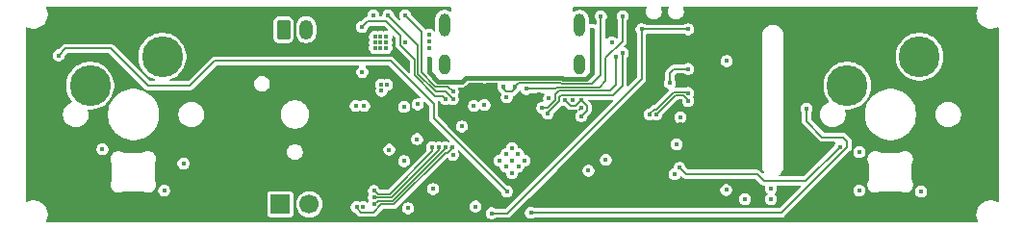
<source format=gtl>
%TF.GenerationSoftware,KiCad,Pcbnew,9.0.3*%
%TF.CreationDate,2025-07-18T01:49:26-04:00*%
%TF.ProjectId,board,626f6172-642e-46b6-9963-61645f706362,rev?*%
%TF.SameCoordinates,Original*%
%TF.FileFunction,Copper,L1,Top*%
%TF.FilePolarity,Positive*%
%FSLAX46Y46*%
G04 Gerber Fmt 4.6, Leading zero omitted, Abs format (unit mm)*
G04 Created by KiCad (PCBNEW 9.0.3) date 2025-07-18 01:49:26*
%MOMM*%
%LPD*%
G01*
G04 APERTURE LIST*
G04 Aperture macros list*
%AMRoundRect*
0 Rectangle with rounded corners*
0 $1 Rounding radius*
0 $2 $3 $4 $5 $6 $7 $8 $9 X,Y pos of 4 corners*
0 Add a 4 corners polygon primitive as box body*
4,1,4,$2,$3,$4,$5,$6,$7,$8,$9,$2,$3,0*
0 Add four circle primitives for the rounded corners*
1,1,$1+$1,$2,$3*
1,1,$1+$1,$4,$5*
1,1,$1+$1,$6,$7*
1,1,$1+$1,$8,$9*
0 Add four rect primitives between the rounded corners*
20,1,$1+$1,$2,$3,$4,$5,0*
20,1,$1+$1,$4,$5,$6,$7,0*
20,1,$1+$1,$6,$7,$8,$9,0*
20,1,$1+$1,$8,$9,$2,$3,0*%
G04 Aperture macros list end*
%TA.AperFunction,ComponentPad*%
%ADD10RoundRect,0.250000X-0.350000X-0.625000X0.350000X-0.625000X0.350000X0.625000X-0.350000X0.625000X0*%
%TD*%
%TA.AperFunction,ComponentPad*%
%ADD11O,1.200000X1.750000*%
%TD*%
%TA.AperFunction,ComponentPad*%
%ADD12R,1.700000X1.700000*%
%TD*%
%TA.AperFunction,ComponentPad*%
%ADD13C,1.700000*%
%TD*%
%TA.AperFunction,ComponentPad*%
%ADD14C,3.600000*%
%TD*%
%TA.AperFunction,ComponentPad*%
%ADD15O,1.000000X1.800000*%
%TD*%
%TA.AperFunction,ComponentPad*%
%ADD16O,1.000000X2.000000*%
%TD*%
%TA.AperFunction,ViaPad*%
%ADD17C,0.450000*%
%TD*%
%TA.AperFunction,Conductor*%
%ADD18C,0.200000*%
%TD*%
%TA.AperFunction,Conductor*%
%ADD19C,0.400000*%
%TD*%
G04 APERTURE END LIST*
D10*
%TO.P,J2,1,Pin_1*%
%TO.N,GND*%
X42900001Y-22250000D03*
D11*
%TO.P,J2,2,Pin_2*%
%TO.N,VBAT*%
X44900002Y-22250000D03*
%TD*%
D12*
%TO.P,J4,1,Pin_1*%
%TO.N,Net-(J4-Pin_1)*%
X42625000Y-37600000D03*
D13*
%TO.P,J4,2,Pin_2*%
%TO.N,Net-(J4-Pin_2)*%
X45165000Y-37600000D03*
%TD*%
D14*
%TO.P,SW1,1,1*%
%TO.N,/BUTTON_L*%
X25890000Y-27160000D03*
%TO.P,SW1,2,2*%
%TO.N,GND*%
X32240000Y-24620000D03*
%TD*%
%TO.P,SW2,1,1*%
%TO.N,/BUTTON_R*%
X92490000Y-27160000D03*
%TO.P,SW2,2,2*%
%TO.N,GND*%
X98840000Y-24620000D03*
%TD*%
D15*
%TO.P,J1,SH1,SHIELD*%
%TO.N,GND*%
X57050000Y-25300000D03*
%TO.P,J1,SH2,SHIELD*%
X68950000Y-25300000D03*
D16*
%TO.P,J1,SH3,SHIELD*%
X57050000Y-21800000D03*
%TO.P,J1,SH4,SHIELD*%
X68950000Y-21800000D03*
%TD*%
D17*
%TO.N,/BUTTON_R*%
X88900000Y-29200000D03*
%TO.N,/BUTTON_L*%
X23100000Y-24500000D03*
%TO.N,GND*%
X63540000Y-33200000D03*
X53500000Y-29050000D03*
X63550000Y-34280000D03*
X63000000Y-33750000D03*
X83500000Y-37140000D03*
X62450000Y-34300000D03*
X71762501Y-23350000D03*
X77490000Y-32330000D03*
X51437500Y-23850000D03*
X53850000Y-37950000D03*
X61900000Y-33750000D03*
X51940000Y-23850000D03*
X58600000Y-30750000D03*
X51940000Y-23350000D03*
X62470000Y-33210000D03*
X59800000Y-37800000D03*
X49900000Y-37850000D03*
X63000000Y-34850000D03*
X77800000Y-29935000D03*
X64100000Y-33750000D03*
X81900000Y-25000000D03*
X63000000Y-32650000D03*
X49250000Y-28950000D03*
X51942500Y-22860000D03*
X52200000Y-32800000D03*
X51440000Y-22860000D03*
X50940000Y-23850000D03*
X62520000Y-28200000D03*
X32400000Y-36400000D03*
X50942500Y-22860000D03*
X51437500Y-23350000D03*
X69720000Y-34650000D03*
X99000000Y-36500000D03*
X71250000Y-33700000D03*
X66240000Y-28300000D03*
X68320000Y-28450000D03*
X56050000Y-36250000D03*
X50940000Y-23350000D03*
X60568700Y-28878752D03*
X50000000Y-28950000D03*
%TO.N,VBUS*%
X60600000Y-26450000D03*
X70062500Y-22250000D03*
X55700000Y-24800000D03*
X65400000Y-26450000D03*
%TO.N,VSYS*%
X50800000Y-21000000D03*
X54700000Y-28800000D03*
X49830000Y-25970000D03*
X55700000Y-23900000D03*
X55700000Y-22700000D03*
X54650000Y-31880000D03*
X51510000Y-27620000D03*
X52000000Y-27100000D03*
X51500000Y-27100000D03*
X85787500Y-37150000D03*
X81850000Y-36349999D03*
X53600000Y-23325000D03*
X55700000Y-23300000D03*
X57800000Y-33250000D03*
%TO.N,3V3*%
X64510000Y-28760000D03*
X59076274Y-31226274D03*
X77800000Y-30575000D03*
X62980000Y-29250000D03*
X50730000Y-31860000D03*
X57525000Y-35175000D03*
X50840000Y-30410000D03*
X64940000Y-28340000D03*
X65340000Y-27940000D03*
X51250000Y-31860000D03*
X50975000Y-34600000D03*
X69700000Y-33900000D03*
X75050000Y-24550000D03*
X51330000Y-30410000D03*
X77830000Y-28500000D03*
X75050000Y-26500000D03*
X69080000Y-29150000D03*
%TO.N,1V1*%
X67680000Y-28450000D03*
X69080000Y-28450000D03*
X69080000Y-29850000D03*
%TO.N,/DISP_PIN_CS*%
X75700000Y-29700000D03*
X78470000Y-28500000D03*
%TO.N,/DISP_PIN_RST*%
X78500000Y-27800000D03*
X75125085Y-29710008D03*
%TO.N,Net-(J1-DN1)*%
X70812500Y-21050000D03*
X63250000Y-27250000D03*
X62250000Y-27250000D03*
%TO.N,/DISP_PIN_MOSI*%
X78500000Y-25700000D03*
X76900000Y-26950000D03*
%TO.N,/BUTTON_L*%
X62550000Y-36500000D03*
%TO.N,/BUTTON_R*%
X64650000Y-38350000D03*
%TO.N,/BUTTON_MENU*%
X74399999Y-22200000D03*
X61200000Y-38400000D03*
X78499999Y-22200000D03*
%TO.N,/AUDIO_I2S_DOUT*%
X50850000Y-37000000D03*
X56559994Y-32600000D03*
%TO.N,Net-(J1-DP1)*%
X64250000Y-27450000D03*
X72712500Y-21075000D03*
%TO.N,/AUDIO_I2S_SD*%
X55984991Y-32600000D03*
X50850000Y-36424997D03*
%TO.N,/AUDIO_I2S_LRCK*%
X49324997Y-37850000D03*
X57710000Y-32600000D03*
%TO.N,/AUDIO_I2S_BCLK*%
X50850000Y-37600000D03*
X57134997Y-32600000D03*
%TO.N,/USB_D+*%
X66151249Y-29618701D03*
X72712500Y-24300000D03*
%TO.N,/USB_D-*%
X72172500Y-24650000D03*
X65656274Y-29123726D03*
%TO.N,/DISP_REG_EN*%
X77310000Y-34970000D03*
X85787500Y-36200001D03*
%TO.N,/PWR_~{PGOOD}*%
X52100000Y-21000000D03*
X57800000Y-28350000D03*
%TO.N,/PWR_~{CHG}*%
X57800000Y-27700000D03*
X53600000Y-21000000D03*
%TO.N,/PWR_CHG_EN*%
X57150000Y-28350000D03*
X49800000Y-22000000D03*
%TO.N,Net-(D1-DIN)*%
X34100000Y-34000000D03*
X93550000Y-36400000D03*
%TO.N,Net-(D2-DIN)*%
X77750000Y-34400000D03*
X91850000Y-32550000D03*
%TO.N,VSYS_GATED*%
X53500000Y-33800000D03*
X26960000Y-32770000D03*
X59640000Y-28940000D03*
X93550000Y-33030000D03*
%TD*%
D18*
%TO.N,/BUTTON_R*%
X92490000Y-32560000D02*
X86700000Y-38350000D01*
X92100000Y-31700000D02*
X92490000Y-32090000D01*
X86700000Y-38350000D02*
X64650000Y-38350000D01*
X88900000Y-30300000D02*
X90300000Y-31700000D01*
X92490000Y-32090000D02*
X92490000Y-32560000D01*
X88900000Y-29200000D02*
X88900000Y-30300000D01*
X90300000Y-31700000D02*
X92100000Y-31700000D01*
%TO.N,/BUTTON_L*%
X23100000Y-24500000D02*
X23100000Y-24400000D01*
X23700000Y-23900000D02*
X23100000Y-24500000D01*
X27700000Y-23900000D02*
X24500000Y-23900000D01*
X24500000Y-23900000D02*
X23700000Y-23900000D01*
X28000000Y-24200000D02*
X27700000Y-23900000D01*
X30960000Y-27160000D02*
X28000000Y-24200000D01*
X34660000Y-27160000D02*
X30960000Y-27160000D01*
%TO.N,VBAT*%
X45200001Y-22549999D02*
X44900002Y-22250000D01*
D19*
%TO.N,VBUS*%
X55700000Y-24800000D02*
X55700000Y-26000000D01*
X67375000Y-26450000D02*
X65400000Y-26450000D01*
X58600000Y-26800000D02*
X58950000Y-26450000D01*
X70062500Y-26087500D02*
X69550000Y-26600000D01*
X56500000Y-26800000D02*
X58600000Y-26800000D01*
X70062500Y-22250000D02*
X70062500Y-26087500D01*
X58950000Y-26450000D02*
X60600000Y-26450000D01*
X65400000Y-26450000D02*
X60600000Y-26450000D01*
X55700000Y-26000000D02*
X56500000Y-26800000D01*
X69550000Y-26600000D02*
X67525000Y-26600000D01*
X67525000Y-26600000D02*
X67375000Y-26450000D01*
D18*
%TO.N,3V3*%
X75050000Y-26500000D02*
X75050000Y-24550000D01*
%TO.N,1V1*%
X69600000Y-29330000D02*
X69080000Y-29850000D01*
X68131000Y-28901000D02*
X67680000Y-28450000D01*
X68630000Y-28900000D02*
X68550000Y-28900000D01*
X69080000Y-28450000D02*
X68630000Y-28900000D01*
X69600000Y-28970000D02*
X69600000Y-29330000D01*
X68550000Y-28900000D02*
X68549000Y-28901000D01*
X68549000Y-28901000D02*
X68131000Y-28901000D01*
X69080000Y-28450000D02*
X69600000Y-28970000D01*
%TO.N,/DISP_PIN_CS*%
X75700000Y-29700000D02*
X77360000Y-28040000D01*
X77360000Y-28040000D02*
X78102189Y-28040000D01*
X78470000Y-28407811D02*
X78470000Y-28500000D01*
X78102189Y-28040000D02*
X78470000Y-28407811D01*
%TO.N,/DISP_PIN_RST*%
X77235322Y-27739000D02*
X78439000Y-27739000D01*
X75725322Y-29249000D02*
X77235322Y-27739000D01*
X78439000Y-27739000D02*
X78500000Y-27800000D01*
X75125085Y-29710008D02*
X75125085Y-29637104D01*
X75125085Y-29637104D02*
X75513189Y-29249000D01*
X78500000Y-27800000D02*
X78415095Y-27715095D01*
X75513189Y-29249000D02*
X75725322Y-29249000D01*
%TO.N,Net-(J1-DN1)*%
X63250000Y-27425000D02*
X62975000Y-27700000D01*
X63600000Y-26900000D02*
X63250000Y-27250000D01*
X70025000Y-27025000D02*
X67375000Y-27025000D01*
X62500000Y-27700000D02*
X62250000Y-27450000D01*
X67375000Y-27025000D02*
X67250000Y-26900000D01*
X62975000Y-27700000D02*
X62500000Y-27700000D01*
X63250000Y-27250000D02*
X63250000Y-27425000D01*
X70812500Y-26237500D02*
X70025000Y-27025000D01*
X62250000Y-27450000D02*
X62250000Y-27250000D01*
X70812500Y-21050000D02*
X70812500Y-26237500D01*
X67250000Y-26900000D02*
X63600000Y-26900000D01*
%TO.N,/DISP_PIN_MOSI*%
X76900000Y-26050000D02*
X77250000Y-25700000D01*
X77250000Y-25700000D02*
X78500000Y-25700000D01*
X76900000Y-26950000D02*
X76900000Y-26050000D01*
%TO.N,/BUTTON_MENU*%
X61200000Y-38400000D02*
X62600000Y-38400000D01*
X74399999Y-22200000D02*
X78499999Y-22200000D01*
X74399999Y-26600001D02*
X74399999Y-22200000D01*
X62600000Y-38400000D02*
X74399999Y-26600001D01*
%TO.N,/AUDIO_I2S_DOUT*%
X56559994Y-32812133D02*
X52372127Y-37000000D01*
X56559994Y-32600000D02*
X56559994Y-32812133D01*
X52372127Y-37000000D02*
X50850000Y-37000000D01*
%TO.N,Net-(J1-DP1)*%
X66800000Y-27450000D02*
X66925000Y-27325000D01*
X71250000Y-24700000D02*
X72712500Y-23237500D01*
X71250000Y-26750000D02*
X71250000Y-24700000D01*
X64250000Y-27450000D02*
X66800000Y-27450000D01*
X70675000Y-27325000D02*
X71250000Y-26750000D01*
X66925000Y-27325000D02*
X70675000Y-27325000D01*
X72712500Y-23237500D02*
X72712500Y-21075000D01*
%TO.N,/AUDIO_I2S_SD*%
X50912808Y-36424997D02*
X51187811Y-36700000D01*
X55984991Y-32961458D02*
X52246449Y-36700000D01*
X55984991Y-32600000D02*
X55984991Y-32961458D01*
X52246449Y-36700000D02*
X51187811Y-36700000D01*
X50850000Y-36424997D02*
X50912808Y-36424997D01*
%TO.N,/AUDIO_I2S_LRCK*%
X49713189Y-38301000D02*
X50799000Y-38301000D01*
X57710000Y-32662808D02*
X57710000Y-32600000D01*
X51498000Y-37602000D02*
X52621483Y-37602000D01*
X57321808Y-33051000D02*
X57710000Y-32662808D01*
X50799000Y-38301000D02*
X51498000Y-37602000D01*
X57174678Y-33051000D02*
X57321808Y-33051000D01*
X52624678Y-37601000D02*
X57174678Y-33051000D01*
X52622483Y-37601000D02*
X52624678Y-37601000D01*
X49324997Y-37850000D02*
X49324997Y-37912808D01*
X49324997Y-37912808D02*
X49713189Y-38301000D01*
X57585997Y-32614003D02*
X57600000Y-32600000D01*
X57600000Y-32600000D02*
X57710000Y-32600000D01*
X52621483Y-37602000D02*
X52622483Y-37601000D01*
%TO.N,/AUDIO_I2S_BCLK*%
X52496805Y-37301000D02*
X51199000Y-37301000D01*
X52497805Y-37300000D02*
X52496805Y-37301000D01*
X50900000Y-37600000D02*
X50850000Y-37600000D01*
X52500000Y-37300000D02*
X52497805Y-37300000D01*
X51199000Y-37301000D02*
X50900000Y-37600000D01*
X57134997Y-32600000D02*
X57134997Y-32665003D01*
X57134997Y-32665003D02*
X52500000Y-37300000D01*
%TO.N,/USB_D+*%
X67150000Y-28540000D02*
X67150000Y-28200000D01*
X67150000Y-28200000D02*
X67351000Y-27999000D01*
X66151249Y-29538751D02*
X67150000Y-28540000D01*
X72712500Y-27177500D02*
X72712500Y-24300000D01*
X66151249Y-29618701D02*
X66151249Y-29538751D01*
X67351000Y-27999000D02*
X71891000Y-27999000D01*
X71891000Y-27999000D02*
X72712500Y-27177500D01*
%TO.N,/USB_D-*%
X67154000Y-27626000D02*
X66820000Y-27960000D01*
X66820000Y-28444322D02*
X66140596Y-29123726D01*
X66140596Y-29123726D02*
X65656274Y-29123726D01*
X66820000Y-27960000D02*
X66820000Y-28444322D01*
X71634000Y-27626000D02*
X67154000Y-27626000D01*
X72172500Y-24650000D02*
X72172500Y-27087500D01*
X72172500Y-27087500D02*
X71634000Y-27626000D01*
%TO.N,/PWR_~{PGOOD}*%
X54719000Y-26144678D02*
X54719000Y-23619000D01*
X57151356Y-27700000D02*
X56274322Y-27700000D01*
X57151356Y-27701356D02*
X57151356Y-27700000D01*
X54719000Y-23619000D02*
X52100000Y-21000000D01*
X56274322Y-27700000D02*
X54719000Y-26144678D01*
X57800000Y-28350000D02*
X57151356Y-27701356D01*
%TO.N,/PWR_~{CHG}*%
X55020000Y-22420000D02*
X55020000Y-26020000D01*
X55020000Y-26020000D02*
X56249000Y-27249000D01*
X57349000Y-27249000D02*
X57800000Y-27700000D01*
X53600000Y-21000000D02*
X55020000Y-22420000D01*
X56249000Y-27249000D02*
X57349000Y-27249000D01*
%TO.N,/PWR_CHG_EN*%
X49800000Y-22000000D02*
X50300000Y-21500000D01*
X53149000Y-23581000D02*
X54418000Y-24850000D01*
X56248644Y-28100000D02*
X56900000Y-28100000D01*
X54418000Y-26269356D02*
X56248644Y-28100000D01*
X50300000Y-21500000D02*
X51900000Y-21500000D01*
X56900000Y-28100000D02*
X57150000Y-28350000D01*
X51900000Y-21500000D02*
X53149000Y-22749000D01*
X54418000Y-24850000D02*
X54418000Y-26269356D01*
X53149000Y-22749000D02*
X53149000Y-23581000D01*
%TO.N,Net-(D2-DIN)*%
X77750000Y-34400000D02*
X78300000Y-34950000D01*
X84550000Y-34950000D02*
X85150000Y-35550000D01*
X85150000Y-35550000D02*
X88850000Y-35550000D01*
X78300000Y-34950000D02*
X84550000Y-34950000D01*
X88850000Y-35550000D02*
X91850000Y-32550000D01*
%TO.N,/BUTTON_L*%
X62550000Y-36500000D02*
X56100000Y-30050000D01*
X56100000Y-30050000D02*
X56100000Y-28800000D01*
X56100000Y-28800000D02*
X52300000Y-25000000D01*
X52300000Y-25000000D02*
X36820000Y-25000000D01*
X36820000Y-25000000D02*
X34660000Y-27160000D01*
%TD*%
%TA.AperFunction,Conductor*%
%TO.N,3V3*%
G36*
X57607826Y-20222174D02*
G01*
X57629500Y-20274500D01*
X57629500Y-20586012D01*
X57607826Y-20638338D01*
X57555500Y-20660012D01*
X57514388Y-20647541D01*
X57487380Y-20629495D01*
X57429179Y-20590606D01*
X57429175Y-20590604D01*
X57429173Y-20590603D01*
X57429174Y-20590603D01*
X57283501Y-20530264D01*
X57283491Y-20530261D01*
X57179925Y-20509661D01*
X57128842Y-20499500D01*
X56971158Y-20499500D01*
X56927315Y-20508220D01*
X56816508Y-20530261D01*
X56816498Y-20530264D01*
X56670825Y-20590603D01*
X56539711Y-20678210D01*
X56539710Y-20678212D01*
X56428212Y-20789710D01*
X56428210Y-20789711D01*
X56340603Y-20920825D01*
X56280264Y-21066498D01*
X56280261Y-21066508D01*
X56258286Y-21176987D01*
X56253145Y-21202836D01*
X56249500Y-21221159D01*
X56249500Y-22327678D01*
X56227826Y-22380004D01*
X56175500Y-22401678D01*
X56123174Y-22380004D01*
X56022665Y-22279495D01*
X55902836Y-22210312D01*
X55902831Y-22210310D01*
X55769185Y-22174500D01*
X55769183Y-22174500D01*
X55630817Y-22174500D01*
X55630815Y-22174500D01*
X55497168Y-22210310D01*
X55497164Y-22210312D01*
X55459422Y-22232102D01*
X55403269Y-22239493D01*
X55358337Y-22205015D01*
X55340482Y-22174090D01*
X55340481Y-22174089D01*
X55340480Y-22174087D01*
X54147174Y-20980781D01*
X54128348Y-20935332D01*
X54126133Y-20935624D01*
X54125500Y-20930821D01*
X54125500Y-20930817D01*
X54089688Y-20797164D01*
X54020505Y-20677335D01*
X53922665Y-20579495D01*
X53802836Y-20510312D01*
X53802831Y-20510310D01*
X53669185Y-20474500D01*
X53669183Y-20474500D01*
X53530817Y-20474500D01*
X53530815Y-20474500D01*
X53397168Y-20510310D01*
X53397163Y-20510312D01*
X53277334Y-20579495D01*
X53179495Y-20677334D01*
X53110312Y-20797163D01*
X53110310Y-20797168D01*
X53074500Y-20930814D01*
X53074500Y-21069185D01*
X53110310Y-21202831D01*
X53110312Y-21202836D01*
X53152283Y-21275533D01*
X53158594Y-21286463D01*
X53165986Y-21342616D01*
X53131508Y-21387549D01*
X53075355Y-21394941D01*
X53042182Y-21375789D01*
X52647174Y-20980781D01*
X52628348Y-20935332D01*
X52626133Y-20935624D01*
X52625500Y-20930821D01*
X52625500Y-20930817D01*
X52589688Y-20797164D01*
X52520505Y-20677335D01*
X52422665Y-20579495D01*
X52302836Y-20510312D01*
X52302831Y-20510310D01*
X52169185Y-20474500D01*
X52169183Y-20474500D01*
X52030817Y-20474500D01*
X52030815Y-20474500D01*
X51897168Y-20510310D01*
X51897163Y-20510312D01*
X51777334Y-20579495D01*
X51679495Y-20677334D01*
X51610312Y-20797163D01*
X51610310Y-20797168D01*
X51574500Y-20930814D01*
X51574500Y-21025500D01*
X51552826Y-21077826D01*
X51500500Y-21099500D01*
X51399500Y-21099500D01*
X51347174Y-21077826D01*
X51325500Y-21025500D01*
X51325500Y-20930815D01*
X51325499Y-20930814D01*
X51322822Y-20920825D01*
X51289688Y-20797164D01*
X51220505Y-20677335D01*
X51122665Y-20579495D01*
X51002836Y-20510312D01*
X51002831Y-20510310D01*
X50869185Y-20474500D01*
X50869183Y-20474500D01*
X50730817Y-20474500D01*
X50730815Y-20474500D01*
X50597168Y-20510310D01*
X50597163Y-20510312D01*
X50477334Y-20579495D01*
X50379495Y-20677334D01*
X50310312Y-20797163D01*
X50310310Y-20797168D01*
X50274500Y-20930814D01*
X50274500Y-21035422D01*
X50268577Y-21049719D01*
X50268248Y-21065191D01*
X50258816Y-21073286D01*
X50252826Y-21087748D01*
X50227355Y-21104377D01*
X50223570Y-21105851D01*
X50145412Y-21126793D01*
X50099750Y-21153156D01*
X50094869Y-21155973D01*
X50094864Y-21155976D01*
X50054090Y-21179517D01*
X49780781Y-21452826D01*
X49735332Y-21471651D01*
X49735624Y-21473867D01*
X49730814Y-21474500D01*
X49597168Y-21510310D01*
X49597163Y-21510312D01*
X49477334Y-21579495D01*
X49379495Y-21677334D01*
X49310312Y-21797163D01*
X49310310Y-21797168D01*
X49274500Y-21930814D01*
X49274500Y-22069185D01*
X49310310Y-22202831D01*
X49310312Y-22202836D01*
X49379495Y-22322665D01*
X49477335Y-22420505D01*
X49597164Y-22489688D01*
X49730814Y-22525499D01*
X49730815Y-22525500D01*
X49730817Y-22525500D01*
X49869185Y-22525500D01*
X49869185Y-22525499D01*
X50002836Y-22489688D01*
X50122665Y-22420505D01*
X50220505Y-22322665D01*
X50289688Y-22202836D01*
X50325500Y-22069183D01*
X50325500Y-22069177D01*
X50326133Y-22064376D01*
X50328348Y-22064667D01*
X50347174Y-22019218D01*
X50444218Y-21922174D01*
X50496544Y-21900500D01*
X51703455Y-21900500D01*
X51755781Y-21922174D01*
X52041781Y-22208174D01*
X52063455Y-22260500D01*
X52041781Y-22312826D01*
X51989455Y-22334500D01*
X51873315Y-22334500D01*
X51739668Y-22370310D01*
X51739659Y-22370314D01*
X51728249Y-22376902D01*
X51672096Y-22384294D01*
X51654251Y-22376902D01*
X51642840Y-22370314D01*
X51642831Y-22370310D01*
X51509185Y-22334500D01*
X51509183Y-22334500D01*
X51370817Y-22334500D01*
X51370815Y-22334500D01*
X51237168Y-22370310D01*
X51237162Y-22370313D01*
X51228247Y-22375460D01*
X51172094Y-22382849D01*
X51154253Y-22375460D01*
X51145339Y-22370314D01*
X51145336Y-22370312D01*
X51145333Y-22370311D01*
X51145331Y-22370310D01*
X51011685Y-22334500D01*
X51011683Y-22334500D01*
X50873317Y-22334500D01*
X50873315Y-22334500D01*
X50739668Y-22370310D01*
X50739663Y-22370312D01*
X50619834Y-22439495D01*
X50521995Y-22537334D01*
X50452812Y-22657163D01*
X50452810Y-22657168D01*
X50417000Y-22790814D01*
X50417000Y-22929185D01*
X50452810Y-23062832D01*
X50452813Y-23062840D01*
X50454544Y-23065837D01*
X50461935Y-23121990D01*
X50454545Y-23139831D01*
X50450314Y-23147159D01*
X50450310Y-23147168D01*
X50414500Y-23280814D01*
X50414500Y-23419185D01*
X50450310Y-23552831D01*
X50450313Y-23552838D01*
X50456181Y-23563002D01*
X50463572Y-23619155D01*
X50456181Y-23636998D01*
X50450313Y-23647161D01*
X50450310Y-23647168D01*
X50414500Y-23780814D01*
X50414500Y-23919185D01*
X50450310Y-24052831D01*
X50450312Y-24052836D01*
X50519495Y-24172665D01*
X50617335Y-24270505D01*
X50737164Y-24339688D01*
X50870814Y-24375499D01*
X50870815Y-24375500D01*
X50870817Y-24375500D01*
X51009185Y-24375500D01*
X51009185Y-24375499D01*
X51142836Y-24339688D01*
X51151749Y-24334541D01*
X51207900Y-24327148D01*
X51225748Y-24334540D01*
X51234664Y-24339688D01*
X51234666Y-24339688D01*
X51234667Y-24339689D01*
X51273149Y-24350000D01*
X51368314Y-24375499D01*
X51368315Y-24375500D01*
X51368317Y-24375500D01*
X51506685Y-24375500D01*
X51506685Y-24375499D01*
X51640336Y-24339688D01*
X51640338Y-24339686D01*
X51640340Y-24339686D01*
X51651749Y-24333099D01*
X51707902Y-24325705D01*
X51725751Y-24333099D01*
X51737159Y-24339686D01*
X51737167Y-24339689D01*
X51775649Y-24350000D01*
X51870814Y-24375499D01*
X51870815Y-24375500D01*
X51870817Y-24375500D01*
X52009185Y-24375500D01*
X52009185Y-24375499D01*
X52142836Y-24339688D01*
X52262665Y-24270505D01*
X52360505Y-24172665D01*
X52429688Y-24052836D01*
X52465499Y-23919185D01*
X52465500Y-23919185D01*
X52465500Y-23780815D01*
X52465499Y-23780814D01*
X52462377Y-23769164D01*
X52429688Y-23647164D01*
X52423820Y-23637002D01*
X52416426Y-23580851D01*
X52423821Y-23562997D01*
X52429688Y-23552836D01*
X52465499Y-23419185D01*
X52465500Y-23419185D01*
X52465500Y-23280815D01*
X52465499Y-23280814D01*
X52462044Y-23267921D01*
X52429736Y-23147342D01*
X52429689Y-23147167D01*
X52429688Y-23147165D01*
X52429688Y-23147164D01*
X52427955Y-23144163D01*
X52420563Y-23088012D01*
X52427956Y-23070164D01*
X52432188Y-23062836D01*
X52467999Y-22929185D01*
X52468000Y-22929185D01*
X52468000Y-22813044D01*
X52489674Y-22760718D01*
X52542000Y-22739044D01*
X52594326Y-22760718D01*
X52726826Y-22893218D01*
X52748500Y-22945544D01*
X52748500Y-23528273D01*
X52748500Y-23633727D01*
X52768571Y-23708633D01*
X52775793Y-23735588D01*
X52775795Y-23735592D01*
X52828517Y-23826909D01*
X52828518Y-23826910D01*
X52828520Y-23826913D01*
X53995826Y-24994219D01*
X54017500Y-25046544D01*
X54017500Y-25972455D01*
X53995826Y-26024781D01*
X53943500Y-26046455D01*
X53891174Y-26024781D01*
X53219549Y-25353156D01*
X52545913Y-24679520D01*
X52545910Y-24679518D01*
X52545909Y-24679517D01*
X52454592Y-24626795D01*
X52454588Y-24626793D01*
X52439182Y-24622665D01*
X52352727Y-24599500D01*
X36872727Y-24599500D01*
X36767273Y-24599500D01*
X36716342Y-24613146D01*
X36665411Y-24626793D01*
X36665407Y-24626795D01*
X36574090Y-24679517D01*
X34515781Y-26737826D01*
X34463455Y-26759500D01*
X32933076Y-26759500D01*
X32880750Y-26737826D01*
X32859076Y-26685500D01*
X32880750Y-26633174D01*
X32913922Y-26614022D01*
X32916238Y-26613400D01*
X32916632Y-26613295D01*
X33171021Y-26507923D01*
X33409479Y-26370249D01*
X33593587Y-26228979D01*
X33627922Y-26202633D01*
X33627923Y-26202631D01*
X33627928Y-26202628D01*
X33822628Y-26007928D01*
X33835983Y-25990524D01*
X33990247Y-25789481D01*
X33990249Y-25789479D01*
X34127923Y-25551021D01*
X34233295Y-25296632D01*
X34304560Y-25030666D01*
X34340500Y-24757674D01*
X34340500Y-24482326D01*
X34304560Y-24209334D01*
X34233295Y-23943368D01*
X34127923Y-23688979D01*
X33990249Y-23450521D01*
X33971050Y-23425500D01*
X33822633Y-23232077D01*
X33627922Y-23037366D01*
X33472495Y-22918104D01*
X41999500Y-22918104D01*
X42006078Y-22972875D01*
X42010124Y-23006564D01*
X42022271Y-23037366D01*
X42065639Y-23147341D01*
X42124124Y-23224464D01*
X42157079Y-23267922D01*
X42277659Y-23359361D01*
X42418437Y-23414877D01*
X42489765Y-23423442D01*
X42506897Y-23425500D01*
X42506899Y-23425500D01*
X43293105Y-23425500D01*
X43308723Y-23423624D01*
X43381565Y-23414877D01*
X43522343Y-23359361D01*
X43642923Y-23267922D01*
X43734362Y-23147342D01*
X43789878Y-23006564D01*
X43800501Y-22918102D01*
X43800501Y-21886309D01*
X43999502Y-21886309D01*
X43999502Y-22613691D01*
X44002091Y-22626705D01*
X44034106Y-22787660D01*
X44034109Y-22787670D01*
X44101987Y-22951544D01*
X44193172Y-23088012D01*
X44200538Y-23099035D01*
X44325967Y-23224464D01*
X44473455Y-23323013D01*
X44473456Y-23323013D01*
X44473457Y-23323014D01*
X44584920Y-23369183D01*
X44637336Y-23390894D01*
X44811311Y-23425500D01*
X44811313Y-23425500D01*
X44988691Y-23425500D01*
X44988693Y-23425500D01*
X45162668Y-23390894D01*
X45326549Y-23323013D01*
X45474037Y-23224464D01*
X45599466Y-23099035D01*
X45698015Y-22951547D01*
X45765896Y-22787666D01*
X45800502Y-22613691D01*
X45800502Y-21886309D01*
X45765896Y-21712334D01*
X45765894Y-21712329D01*
X45698016Y-21548455D01*
X45682677Y-21525499D01*
X45599466Y-21400965D01*
X45474037Y-21275536D01*
X45466913Y-21270776D01*
X45326546Y-21176985D01*
X45162672Y-21109107D01*
X45162662Y-21109104D01*
X45042098Y-21085123D01*
X44988693Y-21074500D01*
X44811311Y-21074500D01*
X44761991Y-21084310D01*
X44637341Y-21109104D01*
X44637331Y-21109107D01*
X44473457Y-21176985D01*
X44325970Y-21275533D01*
X44200535Y-21400968D01*
X44101987Y-21548455D01*
X44034109Y-21712329D01*
X44034106Y-21712339D01*
X44017234Y-21797163D01*
X43999502Y-21886309D01*
X43800501Y-21886309D01*
X43800501Y-21581898D01*
X43800212Y-21579495D01*
X43793728Y-21525499D01*
X43789878Y-21493436D01*
X43734362Y-21352658D01*
X43642923Y-21232078D01*
X43628525Y-21221159D01*
X43522342Y-21140638D01*
X43388221Y-21087748D01*
X43381565Y-21085123D01*
X43352077Y-21081582D01*
X43293105Y-21074500D01*
X43293103Y-21074500D01*
X42506899Y-21074500D01*
X42506897Y-21074500D01*
X42418437Y-21085123D01*
X42277659Y-21140638D01*
X42157079Y-21232077D01*
X42157078Y-21232078D01*
X42065639Y-21352658D01*
X42010124Y-21493436D01*
X41999790Y-21579495D01*
X41999501Y-21581898D01*
X41999501Y-22918102D01*
X41999501Y-22918104D01*
X41999500Y-22918104D01*
X33472495Y-22918104D01*
X33409481Y-22869752D01*
X33409475Y-22869748D01*
X33171020Y-22732076D01*
X33171017Y-22732075D01*
X32916631Y-22626704D01*
X32650664Y-22555439D01*
X32441281Y-22527874D01*
X32377674Y-22519500D01*
X32102326Y-22519500D01*
X32038810Y-22527862D01*
X31829335Y-22555439D01*
X31563368Y-22626704D01*
X31308982Y-22732075D01*
X31308979Y-22732076D01*
X31070524Y-22869748D01*
X31070518Y-22869752D01*
X30852077Y-23037366D01*
X30657366Y-23232077D01*
X30489752Y-23450518D01*
X30489751Y-23450521D01*
X30352076Y-23688979D01*
X30352075Y-23688982D01*
X30246704Y-23943368D01*
X30175439Y-24209335D01*
X30151693Y-24389710D01*
X30139500Y-24482326D01*
X30139500Y-24757674D01*
X30147858Y-24821158D01*
X30175439Y-25030664D01*
X30246704Y-25296631D01*
X30352075Y-25551017D01*
X30352076Y-25551020D01*
X30489748Y-25789475D01*
X30489752Y-25789481D01*
X30657366Y-26007922D01*
X30852077Y-26202633D01*
X31070518Y-26370247D01*
X31070524Y-26370251D01*
X31287460Y-26495499D01*
X31308979Y-26507923D01*
X31563368Y-26613295D01*
X31563372Y-26613296D01*
X31563375Y-26613297D01*
X31566078Y-26614022D01*
X31611011Y-26648501D01*
X31618402Y-26704654D01*
X31583923Y-26749587D01*
X31546924Y-26759500D01*
X31156545Y-26759500D01*
X31104219Y-26737826D01*
X28245913Y-23879520D01*
X28101981Y-23735588D01*
X27945913Y-23579520D01*
X27945910Y-23579518D01*
X27945909Y-23579517D01*
X27854592Y-23526795D01*
X27854588Y-23526793D01*
X27752727Y-23499500D01*
X24552727Y-23499500D01*
X23752727Y-23499500D01*
X23647273Y-23499500D01*
X23596342Y-23513146D01*
X23545411Y-23526793D01*
X23545407Y-23526795D01*
X23454090Y-23579517D01*
X23080781Y-23952826D01*
X23035332Y-23971651D01*
X23035624Y-23973867D01*
X23030814Y-23974500D01*
X22897168Y-24010310D01*
X22897163Y-24010312D01*
X22777334Y-24079495D01*
X22679495Y-24177334D01*
X22610312Y-24297163D01*
X22610310Y-24297168D01*
X22574500Y-24430814D01*
X22574500Y-24569185D01*
X22610310Y-24702831D01*
X22610312Y-24702836D01*
X22679495Y-24822665D01*
X22777335Y-24920505D01*
X22897164Y-24989688D01*
X23030814Y-25025499D01*
X23030815Y-25025500D01*
X23030817Y-25025500D01*
X23169185Y-25025500D01*
X23169185Y-25025499D01*
X23302836Y-24989688D01*
X23422665Y-24920505D01*
X23520505Y-24822665D01*
X23589688Y-24702836D01*
X23625500Y-24569183D01*
X23625500Y-24569177D01*
X23626133Y-24564376D01*
X23628348Y-24564667D01*
X23647174Y-24519219D01*
X23844219Y-24322174D01*
X23896545Y-24300500D01*
X24447273Y-24300500D01*
X27503455Y-24300500D01*
X27555781Y-24322174D01*
X27679520Y-24445913D01*
X30714087Y-27480480D01*
X30805412Y-27533207D01*
X30907273Y-27560500D01*
X30907274Y-27560500D01*
X34712726Y-27560500D01*
X34712727Y-27560500D01*
X34814588Y-27533207D01*
X34905913Y-27480480D01*
X35455385Y-26931008D01*
X40299500Y-26931008D01*
X40299500Y-27068991D01*
X40326418Y-27204322D01*
X40326421Y-27204332D01*
X40379223Y-27331808D01*
X40432471Y-27411500D01*
X40455886Y-27446542D01*
X40553458Y-27544114D01*
X40668189Y-27620775D01*
X40668190Y-27620775D01*
X40668191Y-27620776D01*
X40795247Y-27673404D01*
X40795672Y-27673580D01*
X40931007Y-27700500D01*
X40931009Y-27700500D01*
X41068991Y-27700500D01*
X41068993Y-27700500D01*
X41204328Y-27673580D01*
X41331811Y-27620775D01*
X41446542Y-27544114D01*
X41544114Y-27446542D01*
X41620775Y-27331811D01*
X41673580Y-27204328D01*
X41700500Y-27068993D01*
X41700500Y-27030814D01*
X50974500Y-27030814D01*
X50974500Y-27169185D01*
X51010310Y-27302831D01*
X51010311Y-27302833D01*
X51010312Y-27302836D01*
X51018389Y-27316826D01*
X51026954Y-27331661D01*
X51034345Y-27387814D01*
X51026955Y-27405656D01*
X51020314Y-27417159D01*
X51020310Y-27417168D01*
X50984500Y-27550814D01*
X50984500Y-27689185D01*
X51020310Y-27822831D01*
X51020312Y-27822836D01*
X51089495Y-27942665D01*
X51187335Y-28040505D01*
X51307164Y-28109688D01*
X51440814Y-28145499D01*
X51440815Y-28145500D01*
X51440817Y-28145500D01*
X51579185Y-28145500D01*
X51579185Y-28145499D01*
X51712836Y-28109688D01*
X51832665Y-28040505D01*
X51930505Y-27942665D01*
X51999688Y-27822836D01*
X52035500Y-27689183D01*
X52035500Y-27689177D01*
X52036133Y-27684376D01*
X52038255Y-27684655D01*
X52057174Y-27638981D01*
X52090345Y-27619829D01*
X52202836Y-27589688D01*
X52322665Y-27520505D01*
X52420505Y-27422665D01*
X52489688Y-27302836D01*
X52525499Y-27169185D01*
X52525500Y-27169185D01*
X52525500Y-27030815D01*
X52525499Y-27030814D01*
X52516147Y-26995913D01*
X52489688Y-26897164D01*
X52420505Y-26777335D01*
X52322665Y-26679495D01*
X52202836Y-26610312D01*
X52202831Y-26610310D01*
X52069185Y-26574500D01*
X52069183Y-26574500D01*
X51930817Y-26574500D01*
X51930815Y-26574500D01*
X51797168Y-26610310D01*
X51797161Y-26610313D01*
X51786998Y-26616181D01*
X51730845Y-26623572D01*
X51713002Y-26616181D01*
X51702838Y-26610313D01*
X51702831Y-26610310D01*
X51569185Y-26574500D01*
X51569183Y-26574500D01*
X51430817Y-26574500D01*
X51430815Y-26574500D01*
X51297168Y-26610310D01*
X51297163Y-26610312D01*
X51177334Y-26679495D01*
X51079495Y-26777334D01*
X51010312Y-26897163D01*
X51010310Y-26897168D01*
X50974500Y-27030814D01*
X41700500Y-27030814D01*
X41700500Y-26931007D01*
X41673580Y-26795672D01*
X41653489Y-26747168D01*
X41620776Y-26668191D01*
X41597378Y-26633174D01*
X41544114Y-26553458D01*
X41446542Y-26455886D01*
X41446386Y-26455782D01*
X41331808Y-26379223D01*
X41204332Y-26326421D01*
X41204322Y-26326418D01*
X41113694Y-26308391D01*
X41068993Y-26299500D01*
X40931007Y-26299500D01*
X40892642Y-26307131D01*
X40795677Y-26326418D01*
X40795667Y-26326421D01*
X40668191Y-26379223D01*
X40553461Y-26455883D01*
X40455883Y-26553461D01*
X40379223Y-26668191D01*
X40326421Y-26795667D01*
X40326418Y-26795677D01*
X40299500Y-26931008D01*
X35455385Y-26931008D01*
X36964219Y-25422174D01*
X37016545Y-25400500D01*
X49489230Y-25400500D01*
X49541556Y-25422174D01*
X49563230Y-25474500D01*
X49541556Y-25526826D01*
X49526230Y-25538586D01*
X49507334Y-25549495D01*
X49409495Y-25647334D01*
X49340312Y-25767163D01*
X49340310Y-25767168D01*
X49304500Y-25900814D01*
X49304500Y-26039185D01*
X49340310Y-26172831D01*
X49340312Y-26172836D01*
X49409495Y-26292665D01*
X49507335Y-26390505D01*
X49627164Y-26459688D01*
X49760814Y-26495499D01*
X49760815Y-26495500D01*
X49760817Y-26495500D01*
X49899185Y-26495500D01*
X49899185Y-26495499D01*
X50032836Y-26459688D01*
X50152665Y-26390505D01*
X50250505Y-26292665D01*
X50319688Y-26172836D01*
X50355499Y-26039185D01*
X50355500Y-26039185D01*
X50355500Y-25900815D01*
X50355499Y-25900814D01*
X50354052Y-25895415D01*
X50319688Y-25767164D01*
X50250505Y-25647335D01*
X50152665Y-25549495D01*
X50133770Y-25538586D01*
X50099291Y-25493652D01*
X50106684Y-25437500D01*
X50151618Y-25403021D01*
X50170770Y-25400500D01*
X52103455Y-25400500D01*
X52155781Y-25422174D01*
X53915931Y-27182324D01*
X54900277Y-28166669D01*
X54921951Y-28218995D01*
X54900277Y-28271321D01*
X54847951Y-28292995D01*
X54828799Y-28290474D01*
X54792758Y-28280817D01*
X54769183Y-28274500D01*
X54630817Y-28274500D01*
X54630815Y-28274500D01*
X54497168Y-28310310D01*
X54497163Y-28310312D01*
X54377334Y-28379495D01*
X54279495Y-28477334D01*
X54210312Y-28597163D01*
X54210310Y-28597168D01*
X54174500Y-28730814D01*
X54174500Y-28869185D01*
X54210310Y-29002831D01*
X54210312Y-29002836D01*
X54279495Y-29122665D01*
X54377335Y-29220505D01*
X54497164Y-29289688D01*
X54630814Y-29325499D01*
X54630815Y-29325500D01*
X54630817Y-29325500D01*
X54769185Y-29325500D01*
X54769185Y-29325499D01*
X54902836Y-29289688D01*
X55022665Y-29220505D01*
X55120505Y-29122665D01*
X55189688Y-29002836D01*
X55225499Y-28869185D01*
X55225500Y-28869185D01*
X55225500Y-28730815D01*
X55225499Y-28730814D01*
X55223697Y-28724090D01*
X55209526Y-28671200D01*
X55216918Y-28615049D01*
X55261851Y-28580570D01*
X55318003Y-28587962D01*
X55333330Y-28599722D01*
X55677826Y-28944218D01*
X55699500Y-28996544D01*
X55699500Y-29997273D01*
X55699500Y-30102727D01*
X55726793Y-30204588D01*
X55726795Y-30204592D01*
X55779517Y-30295909D01*
X55779518Y-30295910D01*
X55779520Y-30295913D01*
X57493972Y-32010365D01*
X57497798Y-32019602D01*
X57505732Y-32025690D01*
X57508253Y-32044842D01*
X57515646Y-32062690D01*
X57511818Y-32071929D01*
X57513124Y-32081843D01*
X57501364Y-32097167D01*
X57493972Y-32115016D01*
X57478646Y-32126776D01*
X57459498Y-32137831D01*
X57403345Y-32145223D01*
X57385499Y-32137831D01*
X57337837Y-32110314D01*
X57337828Y-32110310D01*
X57204182Y-32074500D01*
X57204180Y-32074500D01*
X57065814Y-32074500D01*
X57065812Y-32074500D01*
X56932165Y-32110310D01*
X56932162Y-32110311D01*
X56932161Y-32110312D01*
X56886642Y-32136591D01*
X56884494Y-32137832D01*
X56828341Y-32145223D01*
X56810496Y-32137831D01*
X56762834Y-32110314D01*
X56762825Y-32110310D01*
X56629179Y-32074500D01*
X56629177Y-32074500D01*
X56490811Y-32074500D01*
X56490809Y-32074500D01*
X56357162Y-32110310D01*
X56357159Y-32110311D01*
X56357158Y-32110312D01*
X56311639Y-32136591D01*
X56309491Y-32137832D01*
X56253338Y-32145223D01*
X56235493Y-32137831D01*
X56187831Y-32110314D01*
X56187822Y-32110310D01*
X56054176Y-32074500D01*
X56054174Y-32074500D01*
X55915808Y-32074500D01*
X55915806Y-32074500D01*
X55782159Y-32110310D01*
X55782154Y-32110312D01*
X55662325Y-32179495D01*
X55564486Y-32277334D01*
X55495303Y-32397163D01*
X55495301Y-32397168D01*
X55459491Y-32530814D01*
X55459491Y-32669185D01*
X55495301Y-32802831D01*
X55495302Y-32802833D01*
X55495303Y-32802836D01*
X55496896Y-32805595D01*
X55497105Y-32807186D01*
X55497160Y-32807318D01*
X55497124Y-32807332D01*
X55504287Y-32861747D01*
X55485135Y-32894919D01*
X52102230Y-36277826D01*
X52049904Y-36299500D01*
X51417193Y-36299500D01*
X51364867Y-36277826D01*
X51345714Y-36244652D01*
X51341408Y-36228582D01*
X51339688Y-36222161D01*
X51270505Y-36102332D01*
X51172665Y-36004492D01*
X51052836Y-35935309D01*
X51052831Y-35935307D01*
X50919185Y-35899497D01*
X50919183Y-35899497D01*
X50780817Y-35899497D01*
X50780815Y-35899497D01*
X50647168Y-35935307D01*
X50647163Y-35935309D01*
X50527334Y-36004492D01*
X50429495Y-36102331D01*
X50360312Y-36222160D01*
X50360310Y-36222165D01*
X50324500Y-36355811D01*
X50324500Y-36494182D01*
X50360310Y-36627828D01*
X50360314Y-36627837D01*
X50387831Y-36675499D01*
X50395223Y-36731651D01*
X50387831Y-36749497D01*
X50360312Y-36797164D01*
X50360312Y-36797165D01*
X50360310Y-36797168D01*
X50324500Y-36930814D01*
X50324500Y-37069185D01*
X50360310Y-37202831D01*
X50360314Y-37202840D01*
X50395047Y-37263001D01*
X50396095Y-37270965D01*
X50401319Y-37277071D01*
X50399361Y-37295775D01*
X50402439Y-37319154D01*
X50396925Y-37333537D01*
X50396027Y-37335301D01*
X50360312Y-37397164D01*
X50355560Y-37414895D01*
X50352050Y-37421801D01*
X50335967Y-37435561D01*
X50323083Y-37452351D01*
X50315119Y-37453399D01*
X50309015Y-37458622D01*
X50287914Y-37456980D01*
X50266931Y-37459742D01*
X50258133Y-37454662D01*
X50252549Y-37454228D01*
X50247831Y-37448714D01*
X50233760Y-37440590D01*
X50222665Y-37429495D01*
X50102836Y-37360312D01*
X50102831Y-37360310D01*
X49969185Y-37324500D01*
X49969183Y-37324500D01*
X49830817Y-37324500D01*
X49830815Y-37324500D01*
X49697168Y-37360310D01*
X49697165Y-37360311D01*
X49697164Y-37360312D01*
X49655367Y-37384443D01*
X49649497Y-37387832D01*
X49593344Y-37395223D01*
X49575499Y-37387831D01*
X49527837Y-37360314D01*
X49527828Y-37360310D01*
X49394182Y-37324500D01*
X49394180Y-37324500D01*
X49255814Y-37324500D01*
X49255812Y-37324500D01*
X49122165Y-37360310D01*
X49122160Y-37360312D01*
X49002331Y-37429495D01*
X48904492Y-37527334D01*
X48835309Y-37647163D01*
X48835307Y-37647168D01*
X48799497Y-37780814D01*
X48799497Y-37919185D01*
X48835307Y-38052831D01*
X48835309Y-38052836D01*
X48904492Y-38172665D01*
X49002332Y-38270505D01*
X49122161Y-38339688D01*
X49189509Y-38357733D01*
X49222681Y-38376885D01*
X49392708Y-38546912D01*
X49392709Y-38546913D01*
X49467276Y-38621480D01*
X49558602Y-38674207D01*
X49660459Y-38701499D01*
X49660460Y-38701500D01*
X49660462Y-38701500D01*
X50851726Y-38701500D01*
X50851727Y-38701500D01*
X50953588Y-38674207D01*
X51044913Y-38621480D01*
X51642219Y-38024174D01*
X51694545Y-38002500D01*
X52674209Y-38002500D01*
X52674210Y-38002500D01*
X52776071Y-37975207D01*
X52776073Y-37975205D01*
X52778281Y-37974614D01*
X52779260Y-37974208D01*
X52779266Y-37974207D01*
X52870591Y-37921480D01*
X52911257Y-37880814D01*
X53324500Y-37880814D01*
X53324500Y-38019185D01*
X53360310Y-38152831D01*
X53360312Y-38152836D01*
X53429495Y-38272665D01*
X53527335Y-38370505D01*
X53647164Y-38439688D01*
X53780814Y-38475499D01*
X53780815Y-38475500D01*
X53780817Y-38475500D01*
X53919185Y-38475500D01*
X53919185Y-38475499D01*
X54052836Y-38439688D01*
X54172665Y-38370505D01*
X54270505Y-38272665D01*
X54339688Y-38152836D01*
X54375499Y-38019185D01*
X54375500Y-38019185D01*
X54375500Y-37880815D01*
X54375499Y-37880814D01*
X54372383Y-37869185D01*
X54339688Y-37747164D01*
X54330248Y-37730814D01*
X59274500Y-37730814D01*
X59274500Y-37869185D01*
X59310310Y-38002831D01*
X59310312Y-38002836D01*
X59379495Y-38122665D01*
X59477335Y-38220505D01*
X59597164Y-38289688D01*
X59730814Y-38325499D01*
X59730815Y-38325500D01*
X59730817Y-38325500D01*
X59869185Y-38325500D01*
X59869185Y-38325499D01*
X60002836Y-38289688D01*
X60122665Y-38220505D01*
X60220505Y-38122665D01*
X60289688Y-38002836D01*
X60325499Y-37869185D01*
X60325500Y-37869185D01*
X60325500Y-37730815D01*
X60325499Y-37730814D01*
X60324197Y-37725956D01*
X60289688Y-37597164D01*
X60220505Y-37477335D01*
X60122665Y-37379495D01*
X60002836Y-37310312D01*
X60002831Y-37310310D01*
X59869185Y-37274500D01*
X59869183Y-37274500D01*
X59730817Y-37274500D01*
X59730815Y-37274500D01*
X59597168Y-37310310D01*
X59597163Y-37310312D01*
X59477334Y-37379495D01*
X59379495Y-37477334D01*
X59310312Y-37597163D01*
X59310310Y-37597168D01*
X59274500Y-37730814D01*
X54330248Y-37730814D01*
X54270505Y-37627335D01*
X54172665Y-37529495D01*
X54052836Y-37460312D01*
X54052831Y-37460310D01*
X53919185Y-37424500D01*
X53919183Y-37424500D01*
X53780817Y-37424500D01*
X53780815Y-37424500D01*
X53647168Y-37460310D01*
X53647163Y-37460312D01*
X53527334Y-37529495D01*
X53429495Y-37627334D01*
X53360312Y-37747163D01*
X53360310Y-37747168D01*
X53324500Y-37880814D01*
X52911257Y-37880814D01*
X54611256Y-36180814D01*
X55524500Y-36180814D01*
X55524500Y-36319185D01*
X55560310Y-36452831D01*
X55560312Y-36452836D01*
X55629495Y-36572665D01*
X55727335Y-36670505D01*
X55847164Y-36739688D01*
X55980814Y-36775499D01*
X55980815Y-36775500D01*
X55980817Y-36775500D01*
X56119185Y-36775500D01*
X56119185Y-36775499D01*
X56252836Y-36739688D01*
X56372665Y-36670505D01*
X56470505Y-36572665D01*
X56539688Y-36452836D01*
X56575499Y-36319185D01*
X56575500Y-36319185D01*
X56575500Y-36180815D01*
X56575499Y-36180814D01*
X56569711Y-36159214D01*
X56539688Y-36047164D01*
X56470505Y-35927335D01*
X56372665Y-35829495D01*
X56252836Y-35760312D01*
X56252831Y-35760310D01*
X56119185Y-35724500D01*
X56119183Y-35724500D01*
X55980817Y-35724500D01*
X55980815Y-35724500D01*
X55847168Y-35760310D01*
X55847163Y-35760312D01*
X55727334Y-35829495D01*
X55629495Y-35927334D01*
X55560312Y-36047163D01*
X55560310Y-36047168D01*
X55524500Y-36180814D01*
X54611256Y-36180814D01*
X57252706Y-33539362D01*
X57305031Y-33517689D01*
X57357357Y-33539363D01*
X57369117Y-33554690D01*
X57379495Y-33572665D01*
X57477335Y-33670505D01*
X57597164Y-33739688D01*
X57730814Y-33775499D01*
X57730815Y-33775500D01*
X57730817Y-33775500D01*
X57869185Y-33775500D01*
X57869185Y-33775499D01*
X58002836Y-33739688D01*
X58122665Y-33670505D01*
X58220505Y-33572665D01*
X58289688Y-33452836D01*
X58325499Y-33319185D01*
X58325500Y-33319185D01*
X58325500Y-33180815D01*
X58325499Y-33180814D01*
X58317376Y-33150500D01*
X58289688Y-33047164D01*
X58241404Y-32963534D01*
X58234013Y-32907383D01*
X58268491Y-32862450D01*
X58324644Y-32855058D01*
X58357817Y-32874210D01*
X62002826Y-36519219D01*
X62021651Y-36564667D01*
X62023867Y-36564376D01*
X62024500Y-36569185D01*
X62060310Y-36702831D01*
X62060312Y-36702836D01*
X62129495Y-36822665D01*
X62227335Y-36920505D01*
X62347164Y-36989688D01*
X62480814Y-37025499D01*
X62480815Y-37025500D01*
X62480817Y-37025500D01*
X62619185Y-37025500D01*
X62619185Y-37025499D01*
X62752836Y-36989688D01*
X62872665Y-36920505D01*
X62970505Y-36822665D01*
X63039688Y-36702836D01*
X63075499Y-36569185D01*
X63075500Y-36569185D01*
X63075500Y-36430815D01*
X63075499Y-36430814D01*
X63054028Y-36350684D01*
X63039688Y-36297164D01*
X62970505Y-36177335D01*
X62872665Y-36079495D01*
X62752836Y-36010312D01*
X62752831Y-36010310D01*
X62619185Y-35974500D01*
X62614376Y-35973867D01*
X62614667Y-35971651D01*
X62569219Y-35952826D01*
X60297207Y-33680814D01*
X61374500Y-33680814D01*
X61374500Y-33819185D01*
X61410310Y-33952831D01*
X61410312Y-33952836D01*
X61479495Y-34072665D01*
X61577335Y-34170505D01*
X61697164Y-34239688D01*
X61830814Y-34275499D01*
X61830815Y-34275500D01*
X61830817Y-34275500D01*
X61850500Y-34275500D01*
X61902826Y-34297174D01*
X61924500Y-34349500D01*
X61924500Y-34369185D01*
X61960310Y-34502831D01*
X61960312Y-34502836D01*
X62029495Y-34622665D01*
X62127335Y-34720505D01*
X62247164Y-34789688D01*
X62380814Y-34825499D01*
X62380815Y-34825500D01*
X62380817Y-34825500D01*
X62400500Y-34825500D01*
X62452826Y-34847174D01*
X62474500Y-34899500D01*
X62474500Y-34919185D01*
X62510310Y-35052831D01*
X62510312Y-35052836D01*
X62579495Y-35172665D01*
X62677335Y-35270505D01*
X62797164Y-35339688D01*
X62930814Y-35375499D01*
X62930815Y-35375500D01*
X62930817Y-35375500D01*
X63069185Y-35375500D01*
X63069185Y-35375499D01*
X63202836Y-35339688D01*
X63322665Y-35270505D01*
X63420505Y-35172665D01*
X63489688Y-35052836D01*
X63525499Y-34919185D01*
X63525500Y-34919185D01*
X63525500Y-34879500D01*
X63547174Y-34827174D01*
X63599500Y-34805500D01*
X63619185Y-34805500D01*
X63619185Y-34805499D01*
X63752836Y-34769688D01*
X63872665Y-34700505D01*
X63970505Y-34602665D01*
X64039688Y-34482836D01*
X64075500Y-34349183D01*
X64075500Y-34349177D01*
X64076133Y-34344376D01*
X64077545Y-34344561D01*
X64097174Y-34297174D01*
X64149500Y-34275500D01*
X64169185Y-34275500D01*
X64169185Y-34275499D01*
X64302836Y-34239688D01*
X64422665Y-34170505D01*
X64520505Y-34072665D01*
X64589688Y-33952836D01*
X64625499Y-33819185D01*
X64625500Y-33819185D01*
X64625500Y-33680815D01*
X64625499Y-33680814D01*
X64622736Y-33670504D01*
X64589688Y-33547164D01*
X64520505Y-33427335D01*
X64422665Y-33329495D01*
X64302836Y-33260312D01*
X64302831Y-33260310D01*
X64169185Y-33224500D01*
X64169183Y-33224500D01*
X64139500Y-33224500D01*
X64087174Y-33202826D01*
X64065500Y-33150500D01*
X64065500Y-33130815D01*
X64065499Y-33130814D01*
X64043710Y-33049497D01*
X64029688Y-32997164D01*
X63960505Y-32877335D01*
X63862665Y-32779495D01*
X63742836Y-32710312D01*
X63742831Y-32710310D01*
X63609185Y-32674500D01*
X63609183Y-32674500D01*
X63599500Y-32674500D01*
X63547174Y-32652826D01*
X63525500Y-32600500D01*
X63525500Y-32580815D01*
X63525499Y-32580814D01*
X63512643Y-32532836D01*
X63489688Y-32447164D01*
X63420505Y-32327335D01*
X63322665Y-32229495D01*
X63202836Y-32160312D01*
X63202831Y-32160310D01*
X63069185Y-32124500D01*
X63069183Y-32124500D01*
X62930817Y-32124500D01*
X62930815Y-32124500D01*
X62797168Y-32160310D01*
X62797163Y-32160312D01*
X62677334Y-32229495D01*
X62579495Y-32327334D01*
X62510312Y-32447163D01*
X62510310Y-32447168D01*
X62474500Y-32580814D01*
X62474500Y-32610500D01*
X62452826Y-32662826D01*
X62405438Y-32682454D01*
X62405624Y-32683867D01*
X62400814Y-32684500D01*
X62267168Y-32720310D01*
X62267163Y-32720312D01*
X62147334Y-32789495D01*
X62049495Y-32887334D01*
X61980312Y-33007163D01*
X61980310Y-33007168D01*
X61944500Y-33140814D01*
X61944500Y-33150500D01*
X61922826Y-33202826D01*
X61870500Y-33224500D01*
X61830815Y-33224500D01*
X61697168Y-33260310D01*
X61697163Y-33260312D01*
X61577334Y-33329495D01*
X61479495Y-33427334D01*
X61410312Y-33547163D01*
X61410310Y-33547168D01*
X61374500Y-33680814D01*
X60297207Y-33680814D01*
X57297207Y-30680814D01*
X58074500Y-30680814D01*
X58074500Y-30819185D01*
X58110310Y-30952831D01*
X58110312Y-30952836D01*
X58179495Y-31072665D01*
X58277335Y-31170505D01*
X58397164Y-31239688D01*
X58530814Y-31275499D01*
X58530815Y-31275500D01*
X58530817Y-31275500D01*
X58669185Y-31275500D01*
X58669185Y-31275499D01*
X58802836Y-31239688D01*
X58922665Y-31170505D01*
X59020505Y-31072665D01*
X59089688Y-30952836D01*
X59125499Y-30819185D01*
X59125500Y-30819185D01*
X59125500Y-30680815D01*
X59125499Y-30680814D01*
X59120622Y-30662614D01*
X59089688Y-30547164D01*
X59020505Y-30427335D01*
X58922665Y-30329495D01*
X58802836Y-30260312D01*
X58802831Y-30260310D01*
X58669185Y-30224500D01*
X58669183Y-30224500D01*
X58530817Y-30224500D01*
X58530815Y-30224500D01*
X58397168Y-30260310D01*
X58397163Y-30260312D01*
X58277334Y-30329495D01*
X58179495Y-30427334D01*
X58110312Y-30547163D01*
X58110310Y-30547168D01*
X58074500Y-30680814D01*
X57297207Y-30680814D01*
X56522174Y-29905781D01*
X56500500Y-29853455D01*
X56500500Y-28858698D01*
X56500501Y-28858685D01*
X56500501Y-28747271D01*
X56500500Y-28747270D01*
X56500471Y-28747163D01*
X56485071Y-28689688D01*
X56473208Y-28645416D01*
X56473206Y-28645411D01*
X56456996Y-28617335D01*
X56456996Y-28617334D01*
X56453628Y-28611501D01*
X56451106Y-28592348D01*
X56443713Y-28574500D01*
X56447539Y-28565262D01*
X56446234Y-28555349D01*
X56457993Y-28540022D01*
X56465387Y-28522174D01*
X56474625Y-28518347D01*
X56480712Y-28510415D01*
X56517713Y-28500500D01*
X56589507Y-28500500D01*
X56641833Y-28522174D01*
X56657238Y-28548860D01*
X56658457Y-28548356D01*
X56660312Y-28552836D01*
X56729495Y-28672665D01*
X56827335Y-28770505D01*
X56947164Y-28839688D01*
X57080814Y-28875499D01*
X57080815Y-28875500D01*
X57080817Y-28875500D01*
X57219185Y-28875500D01*
X57219185Y-28875499D01*
X57352836Y-28839688D01*
X57438001Y-28790517D01*
X57494153Y-28783125D01*
X57511995Y-28790516D01*
X57597164Y-28839688D01*
X57730814Y-28875499D01*
X57730815Y-28875500D01*
X57730817Y-28875500D01*
X57869185Y-28875500D01*
X57869185Y-28875499D01*
X57886670Y-28870814D01*
X59114500Y-28870814D01*
X59114500Y-29009185D01*
X59150310Y-29142831D01*
X59150312Y-29142836D01*
X59219495Y-29262665D01*
X59317335Y-29360505D01*
X59437164Y-29429688D01*
X59570814Y-29465499D01*
X59570815Y-29465500D01*
X59570817Y-29465500D01*
X59709185Y-29465500D01*
X59709185Y-29465499D01*
X59842836Y-29429688D01*
X59962665Y-29360505D01*
X60060505Y-29262665D01*
X60066799Y-29251762D01*
X60111730Y-29217282D01*
X60167883Y-29224673D01*
X60183212Y-29236434D01*
X60246035Y-29299257D01*
X60365864Y-29368440D01*
X60499514Y-29404251D01*
X60499515Y-29404252D01*
X60499517Y-29404252D01*
X60637885Y-29404252D01*
X60637885Y-29404251D01*
X60771536Y-29368440D01*
X60891365Y-29299257D01*
X60989205Y-29201417D01*
X61058388Y-29081588D01*
X61094199Y-28947937D01*
X61094200Y-28947937D01*
X61094200Y-28809567D01*
X61094199Y-28809566D01*
X61083732Y-28770504D01*
X61058388Y-28675916D01*
X60989205Y-28556087D01*
X60891365Y-28458247D01*
X60771536Y-28389064D01*
X60771531Y-28389062D01*
X60637885Y-28353252D01*
X60637883Y-28353252D01*
X60499517Y-28353252D01*
X60499515Y-28353252D01*
X60365868Y-28389062D01*
X60365863Y-28389064D01*
X60246034Y-28458247D01*
X60148195Y-28556086D01*
X60141898Y-28566993D01*
X60096963Y-28601470D01*
X60040811Y-28594076D01*
X60025487Y-28582317D01*
X59962665Y-28519495D01*
X59842836Y-28450312D01*
X59842831Y-28450310D01*
X59709185Y-28414500D01*
X59709183Y-28414500D01*
X59570817Y-28414500D01*
X59570815Y-28414500D01*
X59437168Y-28450310D01*
X59437163Y-28450312D01*
X59317334Y-28519495D01*
X59219495Y-28617334D01*
X59150312Y-28737163D01*
X59150310Y-28737168D01*
X59114500Y-28870814D01*
X57886670Y-28870814D01*
X58002836Y-28839688D01*
X58122665Y-28770505D01*
X58220505Y-28672665D01*
X58289688Y-28552836D01*
X58325499Y-28419185D01*
X58325500Y-28419185D01*
X58325500Y-28280815D01*
X58325499Y-28280814D01*
X58322955Y-28271321D01*
X58289688Y-28147164D01*
X58240517Y-28061998D01*
X58233125Y-28005847D01*
X58240516Y-27988004D01*
X58289688Y-27902836D01*
X58325499Y-27769185D01*
X58325500Y-27769185D01*
X58325500Y-27630815D01*
X58325499Y-27630814D01*
X58322809Y-27620776D01*
X58289688Y-27497164D01*
X58240229Y-27411499D01*
X58232838Y-27355347D01*
X58267316Y-27310414D01*
X58304316Y-27300500D01*
X58665894Y-27300500D01*
X58665894Y-27300499D01*
X58793186Y-27266392D01*
X58907314Y-27200500D01*
X59135640Y-26972174D01*
X59187966Y-26950500D01*
X60427772Y-26950500D01*
X60446922Y-26953020D01*
X60530817Y-26975500D01*
X60530818Y-26975500D01*
X60669182Y-26975500D01*
X60669183Y-26975500D01*
X60753077Y-26953020D01*
X60772228Y-26950500D01*
X61689775Y-26950500D01*
X61742101Y-26972174D01*
X61763775Y-27024500D01*
X61761253Y-27043653D01*
X61724500Y-27180814D01*
X61724500Y-27319185D01*
X61760310Y-27452831D01*
X61760312Y-27452836D01*
X61829495Y-27572665D01*
X61890907Y-27634077D01*
X61902667Y-27649403D01*
X61929517Y-27695909D01*
X61929518Y-27695910D01*
X61929520Y-27695913D01*
X62002790Y-27769183D01*
X62063533Y-27829926D01*
X62085207Y-27882252D01*
X62075294Y-27919251D01*
X62047975Y-27966570D01*
X62030312Y-27997164D01*
X62030312Y-27997165D01*
X62030310Y-27997168D01*
X61994500Y-28130814D01*
X61994500Y-28269185D01*
X62030310Y-28402831D01*
X62030312Y-28402836D01*
X62099495Y-28522665D01*
X62197335Y-28620505D01*
X62317164Y-28689688D01*
X62450814Y-28725499D01*
X62450815Y-28725500D01*
X62450817Y-28725500D01*
X62589185Y-28725500D01*
X62589185Y-28725499D01*
X62722836Y-28689688D01*
X62842665Y-28620505D01*
X62940505Y-28522665D01*
X63009688Y-28402836D01*
X63045499Y-28269185D01*
X63045500Y-28269185D01*
X63045500Y-28152519D01*
X63067174Y-28100193D01*
X63100347Y-28081041D01*
X63129588Y-28073207D01*
X63220913Y-28020480D01*
X63495911Y-27745481D01*
X63495913Y-27745480D01*
X63561613Y-27679778D01*
X63568885Y-27673404D01*
X63572657Y-27670509D01*
X63572665Y-27670505D01*
X63633760Y-27609410D01*
X63686085Y-27587735D01*
X63738411Y-27609409D01*
X63757564Y-27642581D01*
X63760312Y-27652836D01*
X63829495Y-27772665D01*
X63927335Y-27870505D01*
X64047164Y-27939688D01*
X64180814Y-27975499D01*
X64180815Y-27975500D01*
X64180817Y-27975500D01*
X64319185Y-27975500D01*
X64319185Y-27975499D01*
X64452836Y-27939688D01*
X64572665Y-27870505D01*
X64572667Y-27870503D01*
X64576514Y-27867552D01*
X64577874Y-27869324D01*
X64623322Y-27850500D01*
X65767678Y-27850500D01*
X65820004Y-27872174D01*
X65841678Y-27924500D01*
X65821643Y-27972868D01*
X65822448Y-27973486D01*
X65820143Y-27976489D01*
X65820004Y-27976826D01*
X65819495Y-27977334D01*
X65750312Y-28097163D01*
X65750310Y-28097168D01*
X65714500Y-28230814D01*
X65714500Y-28230817D01*
X65714500Y-28369183D01*
X65750312Y-28502836D01*
X65750313Y-28502837D01*
X65750912Y-28505073D01*
X65743519Y-28561226D01*
X65698586Y-28595705D01*
X65679433Y-28598226D01*
X65587089Y-28598226D01*
X65453442Y-28634036D01*
X65453437Y-28634038D01*
X65333608Y-28703221D01*
X65235769Y-28801060D01*
X65166586Y-28920889D01*
X65166584Y-28920894D01*
X65130774Y-29054540D01*
X65130774Y-29192911D01*
X65166584Y-29326557D01*
X65166586Y-29326562D01*
X65235769Y-29446391D01*
X65333609Y-29544231D01*
X65453438Y-29613414D01*
X65469571Y-29617736D01*
X65576311Y-29646338D01*
X65621244Y-29680816D01*
X65628636Y-29698663D01*
X65661559Y-29821532D01*
X65661561Y-29821537D01*
X65730744Y-29941366D01*
X65828584Y-30039206D01*
X65948413Y-30108389D01*
X66082063Y-30144200D01*
X66082064Y-30144201D01*
X66082066Y-30144201D01*
X66220434Y-30144201D01*
X66220434Y-30144200D01*
X66354085Y-30108389D01*
X66473914Y-30039206D01*
X66571754Y-29941366D01*
X66640937Y-29821537D01*
X66676748Y-29687886D01*
X66676749Y-29687886D01*
X66676749Y-29610295D01*
X66698422Y-29557970D01*
X67335286Y-28921105D01*
X67387611Y-28899432D01*
X67424608Y-28909345D01*
X67477164Y-28939688D01*
X67610817Y-28975500D01*
X67610822Y-28975500D01*
X67615624Y-28976133D01*
X67615332Y-28978348D01*
X67660781Y-28997174D01*
X67810519Y-29146912D01*
X67810520Y-29146913D01*
X67885087Y-29221480D01*
X67976413Y-29274207D01*
X68078270Y-29301499D01*
X68078271Y-29301500D01*
X68078273Y-29301500D01*
X68601729Y-29301500D01*
X68604517Y-29301133D01*
X68609678Y-29300637D01*
X68611929Y-29300500D01*
X68682727Y-29300500D01*
X68703539Y-29294923D01*
X68710988Y-29294470D01*
X68731244Y-29301451D01*
X68752483Y-29304247D01*
X68757202Y-29310397D01*
X68764534Y-29312924D01*
X68773921Y-29332185D01*
X68786962Y-29349180D01*
X68785950Y-29356866D01*
X68789347Y-29363837D01*
X68782365Y-29384093D01*
X68779570Y-29405332D01*
X68772117Y-29413830D01*
X68770893Y-29417383D01*
X68767590Y-29418992D01*
X68760533Y-29427040D01*
X68757339Y-29429490D01*
X68659495Y-29527334D01*
X68590312Y-29647163D01*
X68590310Y-29647168D01*
X68554500Y-29780814D01*
X68554500Y-29919185D01*
X68590310Y-30052831D01*
X68590312Y-30052836D01*
X68659495Y-30172665D01*
X68757335Y-30270505D01*
X68877164Y-30339688D01*
X69010814Y-30375499D01*
X69010815Y-30375500D01*
X69010817Y-30375500D01*
X69149185Y-30375500D01*
X69149185Y-30375499D01*
X69282836Y-30339688D01*
X69402665Y-30270505D01*
X69500505Y-30172665D01*
X69569688Y-30052836D01*
X69605500Y-29919183D01*
X69605500Y-29919177D01*
X69606133Y-29914376D01*
X69608348Y-29914667D01*
X69627173Y-29869219D01*
X69920480Y-29575913D01*
X69973207Y-29484588D01*
X70000500Y-29382727D01*
X70000500Y-29277273D01*
X70000500Y-28917273D01*
X69998618Y-28910247D01*
X69992410Y-28887078D01*
X69992410Y-28887077D01*
X69973208Y-28815415D01*
X69973206Y-28815410D01*
X69920482Y-28724090D01*
X69920481Y-28724089D01*
X69920480Y-28724087D01*
X69722219Y-28525826D01*
X69700545Y-28473500D01*
X69722219Y-28421174D01*
X69774545Y-28399500D01*
X71855455Y-28399500D01*
X71907781Y-28421174D01*
X71929455Y-28473500D01*
X71907781Y-28525826D01*
X62455781Y-37977826D01*
X62403455Y-37999500D01*
X61573322Y-37999500D01*
X61527874Y-37980675D01*
X61526514Y-37982448D01*
X61522667Y-37979496D01*
X61402836Y-37910312D01*
X61402831Y-37910310D01*
X61269185Y-37874500D01*
X61269183Y-37874500D01*
X61130817Y-37874500D01*
X61130815Y-37874500D01*
X60997168Y-37910310D01*
X60997163Y-37910312D01*
X60877334Y-37979495D01*
X60779495Y-38077334D01*
X60710312Y-38197163D01*
X60710310Y-38197168D01*
X60674500Y-38330814D01*
X60674500Y-38469185D01*
X60710310Y-38602831D01*
X60710312Y-38602836D01*
X60779495Y-38722665D01*
X60877335Y-38820505D01*
X60997164Y-38889688D01*
X61130814Y-38925499D01*
X61130815Y-38925500D01*
X61130817Y-38925500D01*
X61269185Y-38925500D01*
X61269185Y-38925499D01*
X61402836Y-38889688D01*
X61522665Y-38820505D01*
X61522667Y-38820503D01*
X61526514Y-38817552D01*
X61527874Y-38819324D01*
X61573322Y-38800500D01*
X62652726Y-38800500D01*
X62652727Y-38800500D01*
X62754588Y-38773207D01*
X62845913Y-38720480D01*
X63285579Y-38280814D01*
X64124500Y-38280814D01*
X64124500Y-38419185D01*
X64160310Y-38552831D01*
X64160312Y-38552836D01*
X64229495Y-38672665D01*
X64327335Y-38770505D01*
X64447164Y-38839688D01*
X64580814Y-38875499D01*
X64580815Y-38875500D01*
X64580817Y-38875500D01*
X64719185Y-38875500D01*
X64719185Y-38875499D01*
X64852836Y-38839688D01*
X64972665Y-38770505D01*
X64972667Y-38770503D01*
X64976514Y-38767552D01*
X64977874Y-38769324D01*
X65023322Y-38750500D01*
X86752726Y-38750500D01*
X86752727Y-38750500D01*
X86854588Y-38723207D01*
X86945913Y-38670480D01*
X89285578Y-36330814D01*
X93024500Y-36330814D01*
X93024500Y-36469185D01*
X93060310Y-36602831D01*
X93060312Y-36602836D01*
X93129495Y-36722665D01*
X93227335Y-36820505D01*
X93347164Y-36889688D01*
X93480814Y-36925499D01*
X93480815Y-36925500D01*
X93480817Y-36925500D01*
X93619185Y-36925500D01*
X93619185Y-36925499D01*
X93752836Y-36889688D01*
X93872665Y-36820505D01*
X93970505Y-36722665D01*
X94039688Y-36602836D01*
X94075499Y-36469185D01*
X94075500Y-36469185D01*
X94075500Y-36330815D01*
X94075499Y-36330814D01*
X94062101Y-36280813D01*
X94039688Y-36197164D01*
X93970505Y-36077335D01*
X93872665Y-35979495D01*
X93811962Y-35944448D01*
X94274009Y-35944448D01*
X94294045Y-36049534D01*
X94301973Y-36091111D01*
X94301974Y-36091116D01*
X94360216Y-36228575D01*
X94360219Y-36228582D01*
X94408476Y-36297168D01*
X94446131Y-36350686D01*
X94555850Y-36451942D01*
X94684446Y-36527797D01*
X94826142Y-36574844D01*
X94974570Y-36590969D01*
X94974570Y-36590968D01*
X94974571Y-36590969D01*
X95024067Y-36585795D01*
X95123063Y-36575447D01*
X95264948Y-36528975D01*
X95290341Y-36514183D01*
X95294871Y-36511545D01*
X95295028Y-36511525D01*
X95326744Y-36492988D01*
X95326756Y-36492987D01*
X95332391Y-36490019D01*
X95371243Y-36471692D01*
X95383450Y-36467199D01*
X95421745Y-36456827D01*
X95434547Y-36454545D01*
X95469225Y-36451477D01*
X95477033Y-36450787D01*
X95483553Y-36450499D01*
X97029579Y-36450499D01*
X97029589Y-36450503D01*
X97066227Y-36450499D01*
X97072719Y-36450785D01*
X97115479Y-36454560D01*
X97128297Y-36456841D01*
X97166554Y-36467196D01*
X97166580Y-36467203D01*
X97178805Y-36471700D01*
X97217402Y-36489899D01*
X97223145Y-36492922D01*
X97255006Y-36511537D01*
X97260826Y-36514937D01*
X97261764Y-36515365D01*
X97285069Y-36528940D01*
X97426946Y-36575409D01*
X97547324Y-36587992D01*
X97575429Y-36590930D01*
X97575429Y-36590929D01*
X97575431Y-36590930D01*
X97723851Y-36574805D01*
X97865539Y-36527761D01*
X97994128Y-36451910D01*
X98016987Y-36430814D01*
X98474500Y-36430814D01*
X98474500Y-36569185D01*
X98510310Y-36702831D01*
X98510312Y-36702836D01*
X98579495Y-36822665D01*
X98677335Y-36920505D01*
X98797164Y-36989688D01*
X98930814Y-37025499D01*
X98930815Y-37025500D01*
X98930817Y-37025500D01*
X99069185Y-37025500D01*
X99069185Y-37025499D01*
X99202836Y-36989688D01*
X99322665Y-36920505D01*
X99420505Y-36822665D01*
X99489688Y-36702836D01*
X99525499Y-36569185D01*
X99525500Y-36569185D01*
X99525500Y-36430815D01*
X99525499Y-36430814D01*
X99504028Y-36350684D01*
X99489688Y-36297164D01*
X99420505Y-36177335D01*
X99322665Y-36079495D01*
X99202836Y-36010312D01*
X99202831Y-36010310D01*
X99069185Y-35974500D01*
X99069183Y-35974500D01*
X98930817Y-35974500D01*
X98930815Y-35974500D01*
X98797168Y-36010310D01*
X98797163Y-36010312D01*
X98677334Y-36079495D01*
X98579495Y-36177334D01*
X98510312Y-36297163D01*
X98510310Y-36297168D01*
X98474500Y-36430814D01*
X98016987Y-36430814D01*
X98103841Y-36350659D01*
X98189748Y-36228559D01*
X98203050Y-36197163D01*
X98247988Y-36091103D01*
X98247988Y-36091100D01*
X98247991Y-36091095D01*
X98275952Y-35944444D01*
X98272374Y-35795193D01*
X98237420Y-35650049D01*
X98222444Y-35618828D01*
X98222436Y-35618671D01*
X98206289Y-35585136D01*
X98206288Y-35585123D01*
X98204130Y-35580175D01*
X98190812Y-35546239D01*
X98187554Y-35535679D01*
X98180061Y-35502848D01*
X98178414Y-35491921D01*
X98175706Y-35455808D01*
X98175499Y-35450275D01*
X98175499Y-34049949D01*
X98175706Y-34044416D01*
X98177337Y-34022665D01*
X98178432Y-34008068D01*
X98180078Y-33997152D01*
X98187572Y-33964319D01*
X98190823Y-33953778D01*
X98204049Y-33920073D01*
X98206205Y-33915122D01*
X98216989Y-33892638D01*
X98216990Y-33892635D01*
X98217042Y-33892527D01*
X98222436Y-33881327D01*
X98222438Y-33881277D01*
X98237460Y-33849961D01*
X98272416Y-33704809D01*
X98275992Y-33555550D01*
X98248029Y-33408890D01*
X98248026Y-33408884D01*
X98248026Y-33408881D01*
X98197524Y-33289689D01*
X98189783Y-33271419D01*
X98189782Y-33271417D01*
X98189781Y-33271415D01*
X98127097Y-33182324D01*
X98103870Y-33149312D01*
X97994151Y-33048057D01*
X97992644Y-33047168D01*
X97865558Y-32972202D01*
X97865551Y-32972199D01*
X97723859Y-32925154D01*
X97575433Y-32909029D01*
X97575429Y-32909028D01*
X97426936Y-32924551D01*
X97285057Y-32971019D01*
X97261501Y-32984739D01*
X97261498Y-32984740D01*
X97255137Y-32988443D01*
X97255005Y-32988462D01*
X97224194Y-33006463D01*
X97223297Y-33006986D01*
X97223283Y-33006987D01*
X97217617Y-33009972D01*
X97178794Y-33028277D01*
X97166568Y-33032774D01*
X97128299Y-33043132D01*
X97115472Y-33045415D01*
X97072454Y-33049212D01*
X97065941Y-33049499D01*
X97022561Y-33049495D01*
X97022509Y-33049500D01*
X95527759Y-33049500D01*
X95520421Y-33049499D01*
X95520410Y-33049495D01*
X95488401Y-33049498D01*
X95483776Y-33049498D01*
X95483774Y-33049497D01*
X95477273Y-33049211D01*
X95434524Y-33045438D01*
X95421696Y-33043155D01*
X95383417Y-33032794D01*
X95371194Y-33028297D01*
X95332608Y-33010103D01*
X95326840Y-33007066D01*
X95299527Y-32991109D01*
X95294995Y-32988461D01*
X95294994Y-32988460D01*
X95289312Y-32985141D01*
X95288334Y-32984691D01*
X95267979Y-32972836D01*
X95264930Y-32971060D01*
X95264928Y-32971059D01*
X95264926Y-32971058D01*
X95123054Y-32924592D01*
X94974570Y-32909070D01*
X94974565Y-32909071D01*
X94826148Y-32925195D01*
X94684466Y-32972238D01*
X94684463Y-32972239D01*
X94684462Y-32972240D01*
X94656994Y-32988443D01*
X94555876Y-33048089D01*
X94446161Y-33149339D01*
X94360254Y-33271436D01*
X94360251Y-33271443D01*
X94302013Y-33408896D01*
X94302009Y-33408908D01*
X94274049Y-33555549D01*
X94274049Y-33555552D01*
X94277625Y-33704803D01*
X94277626Y-33704805D01*
X94312578Y-33849943D01*
X94312580Y-33849947D01*
X94324356Y-33874500D01*
X94324366Y-33874519D01*
X94324368Y-33874525D01*
X94327547Y-33881154D01*
X94327555Y-33881292D01*
X94343435Y-33914288D01*
X94343694Y-33914828D01*
X94343694Y-33914838D01*
X94345860Y-33919805D01*
X94359164Y-33953726D01*
X94362421Y-33964291D01*
X94369905Y-33997107D01*
X94371551Y-34008040D01*
X94374294Y-34044706D01*
X94374500Y-34050235D01*
X94374495Y-34094306D01*
X94374501Y-34094367D01*
X94374501Y-35450057D01*
X94374294Y-35455585D01*
X94373987Y-35459687D01*
X94371568Y-35491952D01*
X94369923Y-35502873D01*
X94362432Y-35535721D01*
X94359177Y-35546283D01*
X94346138Y-35579535D01*
X94343967Y-35584523D01*
X94343673Y-35585136D01*
X94330577Y-35612439D01*
X94327546Y-35618740D01*
X94327544Y-35618761D01*
X94318875Y-35636835D01*
X94312541Y-35650040D01*
X94277587Y-35795186D01*
X94277586Y-35795190D01*
X94274827Y-35910310D01*
X94274009Y-35944448D01*
X93811962Y-35944448D01*
X93752836Y-35910312D01*
X93752831Y-35910310D01*
X93619185Y-35874500D01*
X93619183Y-35874500D01*
X93480817Y-35874500D01*
X93480815Y-35874500D01*
X93347168Y-35910310D01*
X93347163Y-35910312D01*
X93227334Y-35979495D01*
X93129495Y-36077334D01*
X93060312Y-36197163D01*
X93060310Y-36197168D01*
X93024500Y-36330814D01*
X89285578Y-36330814D01*
X92655577Y-32960814D01*
X93024500Y-32960814D01*
X93024500Y-33099185D01*
X93060310Y-33232831D01*
X93060312Y-33232836D01*
X93129495Y-33352665D01*
X93227335Y-33450505D01*
X93347164Y-33519688D01*
X93480814Y-33555499D01*
X93480815Y-33555500D01*
X93480817Y-33555500D01*
X93619185Y-33555500D01*
X93619185Y-33555499D01*
X93752836Y-33519688D01*
X93872665Y-33450505D01*
X93970505Y-33352665D01*
X94039688Y-33232836D01*
X94075499Y-33099185D01*
X94075500Y-33099185D01*
X94075500Y-32960815D01*
X94075499Y-32960814D01*
X94066528Y-32927335D01*
X94039688Y-32827164D01*
X93970505Y-32707335D01*
X93872665Y-32609495D01*
X93752836Y-32540312D01*
X93752831Y-32540310D01*
X93619185Y-32504500D01*
X93619183Y-32504500D01*
X93480817Y-32504500D01*
X93480815Y-32504500D01*
X93347168Y-32540310D01*
X93347163Y-32540312D01*
X93227334Y-32609495D01*
X93129495Y-32707334D01*
X93060312Y-32827163D01*
X93060310Y-32827168D01*
X93024500Y-32960814D01*
X92655577Y-32960814D01*
X92735910Y-32880481D01*
X92735913Y-32880480D01*
X92810480Y-32805913D01*
X92863207Y-32714587D01*
X92890500Y-32612728D01*
X92890501Y-32612728D01*
X92890501Y-32502744D01*
X92890500Y-32502726D01*
X92890500Y-32037274D01*
X92866897Y-31949182D01*
X92866897Y-31949181D01*
X92863207Y-31935413D01*
X92863206Y-31935410D01*
X92810482Y-31844090D01*
X92810481Y-31844089D01*
X92810480Y-31844087D01*
X92345913Y-31379520D01*
X92345910Y-31379518D01*
X92345909Y-31379517D01*
X92254592Y-31326795D01*
X92254588Y-31326793D01*
X92152727Y-31299500D01*
X92152726Y-31299500D01*
X90496545Y-31299500D01*
X90444219Y-31277826D01*
X89322174Y-30155781D01*
X89300500Y-30103455D01*
X89300500Y-29611421D01*
X90094501Y-29611421D01*
X90094501Y-29788579D01*
X90109631Y-29884107D01*
X90122215Y-29963554D01*
X90122217Y-29963565D01*
X90176957Y-30132039D01*
X90176959Y-30132043D01*
X90257385Y-30289886D01*
X90257388Y-30289892D01*
X90361514Y-30433209D01*
X90361518Y-30433214D01*
X90486787Y-30558483D01*
X90630111Y-30662614D01*
X90782464Y-30740242D01*
X90787957Y-30743041D01*
X90787961Y-30743043D01*
X90956435Y-30797783D01*
X90956439Y-30797783D01*
X90956446Y-30797786D01*
X91107496Y-30821710D01*
X91131421Y-30825500D01*
X91131422Y-30825500D01*
X91308581Y-30825500D01*
X91329627Y-30822166D01*
X91483556Y-30797786D01*
X91483564Y-30797783D01*
X91483566Y-30797783D01*
X91652040Y-30743043D01*
X91652040Y-30743042D01*
X91652043Y-30743042D01*
X91809891Y-30662614D01*
X91953215Y-30558483D01*
X92078484Y-30433214D01*
X92182615Y-30289890D01*
X92263043Y-30132042D01*
X92304586Y-30004185D01*
X92317784Y-29963565D01*
X92317784Y-29963563D01*
X92317787Y-29963555D01*
X92345501Y-29788579D01*
X92345501Y-29611421D01*
X92343943Y-29601582D01*
X92337618Y-29561647D01*
X92336168Y-29552494D01*
X94049500Y-29552494D01*
X94049500Y-29847506D01*
X94054319Y-29884107D01*
X94088006Y-30139991D01*
X94164361Y-30424953D01*
X94277253Y-30697498D01*
X94277256Y-30697506D01*
X94370428Y-30858884D01*
X94424762Y-30952994D01*
X94604354Y-31187042D01*
X94812958Y-31395646D01*
X95047006Y-31575238D01*
X95302493Y-31722743D01*
X95575048Y-31835639D01*
X95860007Y-31911993D01*
X96152494Y-31950500D01*
X96152496Y-31950500D01*
X96447504Y-31950500D01*
X96447506Y-31950500D01*
X96739993Y-31911993D01*
X97024952Y-31835639D01*
X97297507Y-31722743D01*
X97552994Y-31575238D01*
X97787042Y-31395646D01*
X97995646Y-31187042D01*
X98175238Y-30952994D01*
X98322743Y-30697507D01*
X98435639Y-30424952D01*
X98511993Y-30139993D01*
X98550500Y-29847506D01*
X98550500Y-29611421D01*
X100254499Y-29611421D01*
X100254499Y-29788579D01*
X100269629Y-29884107D01*
X100282213Y-29963554D01*
X100282215Y-29963565D01*
X100336955Y-30132039D01*
X100336957Y-30132043D01*
X100417383Y-30289886D01*
X100417386Y-30289892D01*
X100521512Y-30433209D01*
X100521516Y-30433214D01*
X100646785Y-30558483D01*
X100790109Y-30662614D01*
X100942462Y-30740242D01*
X100947955Y-30743041D01*
X100947959Y-30743043D01*
X101116433Y-30797783D01*
X101116437Y-30797783D01*
X101116444Y-30797786D01*
X101267494Y-30821710D01*
X101291419Y-30825500D01*
X101291420Y-30825500D01*
X101468579Y-30825500D01*
X101489625Y-30822166D01*
X101643554Y-30797786D01*
X101643562Y-30797783D01*
X101643564Y-30797783D01*
X101812038Y-30743043D01*
X101812038Y-30743042D01*
X101812041Y-30743042D01*
X101969889Y-30662614D01*
X102113213Y-30558483D01*
X102238482Y-30433214D01*
X102342613Y-30289890D01*
X102423041Y-30132042D01*
X102464584Y-30004185D01*
X102477782Y-29963565D01*
X102477782Y-29963563D01*
X102477785Y-29963555D01*
X102505499Y-29788579D01*
X102505499Y-29611421D01*
X102477785Y-29436445D01*
X102477782Y-29436438D01*
X102477782Y-29436434D01*
X102423042Y-29267960D01*
X102423040Y-29267956D01*
X102399359Y-29221480D01*
X102342613Y-29110110D01*
X102297431Y-29047923D01*
X102238485Y-28966790D01*
X102238484Y-28966789D01*
X102238482Y-28966786D01*
X102113213Y-28841517D01*
X102113210Y-28841514D01*
X102113208Y-28841513D01*
X101969891Y-28737387D01*
X101969885Y-28737384D01*
X101812042Y-28656958D01*
X101812038Y-28656956D01*
X101643564Y-28602216D01*
X101643555Y-28602214D01*
X101643554Y-28602214D01*
X101506902Y-28580570D01*
X101468579Y-28574500D01*
X101468578Y-28574500D01*
X101291420Y-28574500D01*
X101291419Y-28574500D01*
X101116444Y-28602214D01*
X101116433Y-28602216D01*
X100947959Y-28656956D01*
X100947955Y-28656958D01*
X100790112Y-28737384D01*
X100790106Y-28737387D01*
X100646789Y-28841513D01*
X100521512Y-28966790D01*
X100417386Y-29110107D01*
X100417383Y-29110113D01*
X100336957Y-29267956D01*
X100336955Y-29267960D01*
X100282215Y-29436434D01*
X100282213Y-29436445D01*
X100260189Y-29575499D01*
X100254499Y-29611421D01*
X98550500Y-29611421D01*
X98550500Y-29552494D01*
X98511993Y-29260007D01*
X98435639Y-28975048D01*
X98322743Y-28702493D01*
X98175238Y-28447006D01*
X97995646Y-28212958D01*
X97787042Y-28004354D01*
X97552994Y-27824762D01*
X97549658Y-27822836D01*
X97297506Y-27677256D01*
X97297498Y-27677253D01*
X97024953Y-27564361D01*
X96739991Y-27488006D01*
X96524518Y-27459638D01*
X96447506Y-27449500D01*
X96152494Y-27449500D01*
X96084441Y-27458459D01*
X95860008Y-27488006D01*
X95575046Y-27564361D01*
X95302501Y-27677253D01*
X95302493Y-27677256D01*
X95047010Y-27824759D01*
X95047006Y-27824761D01*
X95047006Y-27824762D01*
X94814937Y-28002836D01*
X94812953Y-28004358D01*
X94604358Y-28212953D01*
X94604354Y-28212957D01*
X94604354Y-28212958D01*
X94484478Y-28369183D01*
X94424759Y-28447010D01*
X94277256Y-28702493D01*
X94277253Y-28702501D01*
X94164361Y-28975046D01*
X94088006Y-29260008D01*
X94055467Y-29507171D01*
X94049500Y-29552494D01*
X92336168Y-29552494D01*
X92328989Y-29507171D01*
X92317787Y-29436445D01*
X92317784Y-29436438D01*
X92317784Y-29436434D01*
X92292094Y-29357367D01*
X92296538Y-29300904D01*
X92339605Y-29264122D01*
X92362472Y-29260500D01*
X92627672Y-29260500D01*
X92627674Y-29260500D01*
X92900666Y-29224560D01*
X93166632Y-29153295D01*
X93421021Y-29047923D01*
X93659479Y-28910249D01*
X93844641Y-28768170D01*
X93877922Y-28742633D01*
X93877923Y-28742631D01*
X93877928Y-28742628D01*
X94072628Y-28547928D01*
X94077858Y-28541113D01*
X94162490Y-28430817D01*
X94240249Y-28329479D01*
X94377923Y-28091021D01*
X94483295Y-27836632D01*
X94554560Y-27570666D01*
X94590500Y-27297674D01*
X94590500Y-27022326D01*
X94554560Y-26749334D01*
X94483295Y-26483368D01*
X94377923Y-26228979D01*
X94316259Y-26122174D01*
X94240251Y-25990524D01*
X94240247Y-25990518D01*
X94072633Y-25772077D01*
X93877922Y-25577366D01*
X93659481Y-25409752D01*
X93659475Y-25409748D01*
X93421020Y-25272076D01*
X93421017Y-25272075D01*
X93166631Y-25166704D01*
X92900664Y-25095439D01*
X92699552Y-25068962D01*
X92627674Y-25059500D01*
X92352326Y-25059500D01*
X92288810Y-25067862D01*
X92079335Y-25095439D01*
X91813368Y-25166704D01*
X91558982Y-25272075D01*
X91558979Y-25272076D01*
X91320524Y-25409748D01*
X91320518Y-25409752D01*
X91102077Y-25577366D01*
X90907366Y-25772077D01*
X90739752Y-25990518D01*
X90739748Y-25990524D01*
X90602076Y-26228979D01*
X90602075Y-26228982D01*
X90496704Y-26483368D01*
X90425439Y-26749335D01*
X90408130Y-26880814D01*
X90389500Y-27022326D01*
X90389500Y-27297674D01*
X90393994Y-27331808D01*
X90425439Y-27570664D01*
X90496704Y-27836631D01*
X90602075Y-28091017D01*
X90602076Y-28091020D01*
X90739748Y-28329475D01*
X90739752Y-28329481D01*
X90886765Y-28521073D01*
X90901424Y-28575780D01*
X90873105Y-28624829D01*
X90850924Y-28636499D01*
X90787962Y-28656956D01*
X90787957Y-28656958D01*
X90630114Y-28737384D01*
X90630108Y-28737387D01*
X90486791Y-28841513D01*
X90361514Y-28966790D01*
X90257388Y-29110107D01*
X90257385Y-29110113D01*
X90176959Y-29267956D01*
X90176957Y-29267960D01*
X90122217Y-29436434D01*
X90122215Y-29436445D01*
X90100191Y-29575499D01*
X90094501Y-29611421D01*
X89300500Y-29611421D01*
X89300500Y-29573322D01*
X89319324Y-29527874D01*
X89317552Y-29526514D01*
X89320503Y-29522667D01*
X89320505Y-29522665D01*
X89389688Y-29402836D01*
X89425499Y-29269185D01*
X89425500Y-29269185D01*
X89425500Y-29130815D01*
X89425499Y-29130814D01*
X89419951Y-29110110D01*
X89389688Y-28997164D01*
X89320505Y-28877335D01*
X89222665Y-28779495D01*
X89102836Y-28710312D01*
X89102831Y-28710310D01*
X88969185Y-28674500D01*
X88969183Y-28674500D01*
X88830817Y-28674500D01*
X88830815Y-28674500D01*
X88697168Y-28710310D01*
X88697163Y-28710312D01*
X88577334Y-28779495D01*
X88479495Y-28877334D01*
X88410312Y-28997163D01*
X88410310Y-28997168D01*
X88374500Y-29130814D01*
X88374500Y-29269185D01*
X88410310Y-29402831D01*
X88410312Y-29402836D01*
X88479496Y-29522667D01*
X88482448Y-29526514D01*
X88480675Y-29527874D01*
X88499500Y-29573322D01*
X88499500Y-30247273D01*
X88499500Y-30352727D01*
X88519491Y-30427335D01*
X88526793Y-30454588D01*
X88526795Y-30454592D01*
X88579517Y-30545909D01*
X88579518Y-30545910D01*
X88579520Y-30545913D01*
X90054087Y-32020480D01*
X90145412Y-32073207D01*
X90247273Y-32100500D01*
X91377678Y-32100500D01*
X91430004Y-32122174D01*
X91451678Y-32174500D01*
X91431643Y-32222868D01*
X91432448Y-32223486D01*
X91430143Y-32226489D01*
X91430004Y-32226826D01*
X91429495Y-32227334D01*
X91360312Y-32347163D01*
X91360310Y-32347168D01*
X91324500Y-32480814D01*
X91323867Y-32485624D01*
X91321651Y-32485332D01*
X91302826Y-32530781D01*
X88705781Y-35127826D01*
X88653455Y-35149500D01*
X86560046Y-35149500D01*
X86507720Y-35127826D01*
X86486046Y-35075500D01*
X86507720Y-35023174D01*
X86512467Y-35018823D01*
X86624673Y-34924673D01*
X86731578Y-34797267D01*
X86814736Y-34653233D01*
X86871620Y-34496947D01*
X86900500Y-34333158D01*
X86900500Y-34250000D01*
X86900500Y-34210118D01*
X86900500Y-24482326D01*
X96739500Y-24482326D01*
X96739500Y-24757674D01*
X96747858Y-24821158D01*
X96775439Y-25030664D01*
X96846704Y-25296631D01*
X96952075Y-25551017D01*
X96952076Y-25551020D01*
X97089748Y-25789475D01*
X97089752Y-25789481D01*
X97257366Y-26007922D01*
X97452077Y-26202633D01*
X97670518Y-26370247D01*
X97670524Y-26370251D01*
X97887460Y-26495499D01*
X97908979Y-26507923D01*
X98163368Y-26613295D01*
X98429334Y-26684560D01*
X98702326Y-26720500D01*
X98702328Y-26720500D01*
X98977672Y-26720500D01*
X98977674Y-26720500D01*
X99250666Y-26684560D01*
X99516632Y-26613295D01*
X99771021Y-26507923D01*
X100009479Y-26370249D01*
X100193587Y-26228979D01*
X100227922Y-26202633D01*
X100227923Y-26202631D01*
X100227928Y-26202628D01*
X100422628Y-26007928D01*
X100435983Y-25990524D01*
X100590247Y-25789481D01*
X100590249Y-25789479D01*
X100727923Y-25551021D01*
X100833295Y-25296632D01*
X100904560Y-25030666D01*
X100940500Y-24757674D01*
X100940500Y-24482326D01*
X100904560Y-24209334D01*
X100833295Y-23943368D01*
X100727923Y-23688979D01*
X100590249Y-23450521D01*
X100571050Y-23425500D01*
X100422633Y-23232077D01*
X100227922Y-23037366D01*
X100009481Y-22869752D01*
X100009475Y-22869748D01*
X99771020Y-22732076D01*
X99771017Y-22732075D01*
X99516631Y-22626704D01*
X99250664Y-22555439D01*
X99041281Y-22527874D01*
X98977674Y-22519500D01*
X98702326Y-22519500D01*
X98638810Y-22527862D01*
X98429335Y-22555439D01*
X98163368Y-22626704D01*
X97908982Y-22732075D01*
X97908979Y-22732076D01*
X97670524Y-22869748D01*
X97670518Y-22869752D01*
X97452077Y-23037366D01*
X97257366Y-23232077D01*
X97089752Y-23450518D01*
X97089751Y-23450521D01*
X96952076Y-23688979D01*
X96952075Y-23688982D01*
X96846704Y-23943368D01*
X96775439Y-24209335D01*
X96751693Y-24389710D01*
X96739500Y-24482326D01*
X86900500Y-24482326D01*
X86900500Y-22710118D01*
X86900500Y-22666842D01*
X86871620Y-22503053D01*
X86814736Y-22346767D01*
X86731578Y-22202733D01*
X86624673Y-22075327D01*
X86497267Y-21968422D01*
X86353233Y-21885264D01*
X86331446Y-21877334D01*
X86196946Y-21828379D01*
X86033161Y-21799500D01*
X86033158Y-21799500D01*
X85989882Y-21799500D01*
X85950000Y-21799500D01*
X85866842Y-21799500D01*
X85866838Y-21799500D01*
X85703053Y-21828379D01*
X85546769Y-21885263D01*
X85546767Y-21885263D01*
X85546767Y-21885264D01*
X85402733Y-21968422D01*
X85275327Y-22075327D01*
X85168422Y-22202733D01*
X85124104Y-22279495D01*
X85085263Y-22346769D01*
X85028379Y-22503053D01*
X84999500Y-22666838D01*
X84999500Y-34333161D01*
X85028379Y-34496946D01*
X85074138Y-34622665D01*
X85085264Y-34653233D01*
X85151042Y-34767164D01*
X85167090Y-34794960D01*
X85174482Y-34851113D01*
X85140004Y-34896046D01*
X85083851Y-34903438D01*
X85050680Y-34884287D01*
X84795913Y-34629520D01*
X84795910Y-34629518D01*
X84795909Y-34629517D01*
X84704592Y-34576795D01*
X84704588Y-34576793D01*
X84602727Y-34549500D01*
X84602726Y-34549500D01*
X78496545Y-34549500D01*
X78444219Y-34527826D01*
X78297174Y-34380781D01*
X78278348Y-34335332D01*
X78276133Y-34335624D01*
X78275500Y-34330821D01*
X78275500Y-34330817D01*
X78239688Y-34197164D01*
X78170505Y-34077335D01*
X78072665Y-33979495D01*
X77952836Y-33910312D01*
X77952831Y-33910310D01*
X77819185Y-33874500D01*
X77819183Y-33874500D01*
X77680817Y-33874500D01*
X77680815Y-33874500D01*
X77547168Y-33910310D01*
X77547163Y-33910312D01*
X77427334Y-33979495D01*
X77329495Y-34077334D01*
X77260312Y-34197163D01*
X77260310Y-34197168D01*
X77224500Y-34330814D01*
X77224500Y-34392089D01*
X77202826Y-34444415D01*
X77169654Y-34463567D01*
X77107167Y-34480311D01*
X77107163Y-34480312D01*
X76987334Y-34549495D01*
X76889495Y-34647334D01*
X76820312Y-34767163D01*
X76820310Y-34767168D01*
X76784500Y-34900814D01*
X76784500Y-35039185D01*
X76820310Y-35172831D01*
X76820312Y-35172836D01*
X76889495Y-35292665D01*
X76987335Y-35390505D01*
X77107164Y-35459688D01*
X77240814Y-35495499D01*
X77240815Y-35495500D01*
X77240817Y-35495500D01*
X77379185Y-35495500D01*
X77379185Y-35495499D01*
X77512836Y-35459688D01*
X77632665Y-35390505D01*
X77730505Y-35292665D01*
X77799688Y-35172836D01*
X77799689Y-35172829D01*
X77801543Y-35168356D01*
X77802811Y-35168881D01*
X77834117Y-35128080D01*
X77890269Y-35120685D01*
X77923445Y-35139838D01*
X77979519Y-35195912D01*
X77979520Y-35195913D01*
X78054087Y-35270480D01*
X78145413Y-35323207D01*
X78247270Y-35350499D01*
X78247271Y-35350500D01*
X78247273Y-35350500D01*
X84353455Y-35350500D01*
X84405781Y-35372174D01*
X84904087Y-35870480D01*
X84904089Y-35870481D01*
X84904090Y-35870482D01*
X84954345Y-35899497D01*
X84995412Y-35923207D01*
X85097273Y-35950500D01*
X85213877Y-35950500D01*
X85266203Y-35972174D01*
X85287877Y-36024500D01*
X85285356Y-36043650D01*
X85262000Y-36130818D01*
X85262000Y-36130819D01*
X85262000Y-36269186D01*
X85297810Y-36402832D01*
X85297812Y-36402837D01*
X85366995Y-36522666D01*
X85467003Y-36622674D01*
X85488677Y-36675000D01*
X85467003Y-36727326D01*
X85366995Y-36827334D01*
X85297812Y-36947163D01*
X85297810Y-36947168D01*
X85262000Y-37080814D01*
X85262000Y-37219185D01*
X85297810Y-37352831D01*
X85297812Y-37352836D01*
X85366995Y-37472665D01*
X85464835Y-37570505D01*
X85584664Y-37639688D01*
X85718314Y-37675499D01*
X85718315Y-37675500D01*
X85718317Y-37675500D01*
X85856685Y-37675500D01*
X85856685Y-37675499D01*
X85990336Y-37639688D01*
X86110165Y-37570505D01*
X86208005Y-37472665D01*
X86277188Y-37352836D01*
X86312999Y-37219185D01*
X86313000Y-37219185D01*
X86313000Y-37080815D01*
X86312999Y-37080814D01*
X86310320Y-37070817D01*
X86277188Y-36947164D01*
X86208005Y-36827335D01*
X86110165Y-36729495D01*
X86107996Y-36727326D01*
X86086322Y-36675000D01*
X86107996Y-36622674D01*
X86110162Y-36620507D01*
X86110165Y-36620506D01*
X86208005Y-36522666D01*
X86277188Y-36402837D01*
X86312999Y-36269186D01*
X86313000Y-36269186D01*
X86313000Y-36130819D01*
X86313000Y-36130818D01*
X86289644Y-36043652D01*
X86297037Y-35987500D01*
X86341970Y-35953021D01*
X86361123Y-35950500D01*
X88354455Y-35950500D01*
X88406781Y-35972174D01*
X88428455Y-36024500D01*
X88406781Y-36076826D01*
X86555781Y-37927826D01*
X86503455Y-37949500D01*
X65023322Y-37949500D01*
X64977874Y-37930675D01*
X64976514Y-37932448D01*
X64972667Y-37929496D01*
X64852836Y-37860312D01*
X64852831Y-37860310D01*
X64719185Y-37824500D01*
X64719183Y-37824500D01*
X64580817Y-37824500D01*
X64580815Y-37824500D01*
X64447168Y-37860310D01*
X64447163Y-37860312D01*
X64327334Y-37929495D01*
X64229495Y-38027334D01*
X64160312Y-38147163D01*
X64160310Y-38147168D01*
X64124500Y-38280814D01*
X63285579Y-38280814D01*
X64495578Y-37070814D01*
X82974500Y-37070814D01*
X82974500Y-37209185D01*
X83010310Y-37342831D01*
X83010312Y-37342836D01*
X83079495Y-37462665D01*
X83177335Y-37560505D01*
X83297164Y-37629688D01*
X83430814Y-37665499D01*
X83430815Y-37665500D01*
X83430817Y-37665500D01*
X83569185Y-37665500D01*
X83569185Y-37665499D01*
X83702836Y-37629688D01*
X83822665Y-37560505D01*
X83920505Y-37462665D01*
X83989688Y-37342836D01*
X84025499Y-37209185D01*
X84025500Y-37209185D01*
X84025500Y-37070815D01*
X84025499Y-37070814D01*
X84005722Y-36997006D01*
X83989688Y-36937164D01*
X83920505Y-36817335D01*
X83822665Y-36719495D01*
X83702836Y-36650312D01*
X83702831Y-36650310D01*
X83569185Y-36614500D01*
X83569183Y-36614500D01*
X83430817Y-36614500D01*
X83430815Y-36614500D01*
X83297168Y-36650310D01*
X83297163Y-36650312D01*
X83177334Y-36719495D01*
X83079495Y-36817334D01*
X83010312Y-36937163D01*
X83010310Y-36937168D01*
X82974500Y-37070814D01*
X64495578Y-37070814D01*
X65285579Y-36280813D01*
X81324500Y-36280813D01*
X81324500Y-36419184D01*
X81360310Y-36552830D01*
X81360312Y-36552835D01*
X81429495Y-36672664D01*
X81527335Y-36770504D01*
X81647164Y-36839687D01*
X81780814Y-36875498D01*
X81780815Y-36875499D01*
X81780817Y-36875499D01*
X81919185Y-36875499D01*
X81919185Y-36875498D01*
X82052836Y-36839687D01*
X82172665Y-36770504D01*
X82270505Y-36672664D01*
X82339688Y-36552835D01*
X82375499Y-36419184D01*
X82375500Y-36419184D01*
X82375500Y-36280814D01*
X82375499Y-36280813D01*
X82359784Y-36222165D01*
X82339688Y-36147163D01*
X82270505Y-36027334D01*
X82172665Y-35929494D01*
X82052836Y-35860311D01*
X82052831Y-35860309D01*
X81919185Y-35824499D01*
X81919183Y-35824499D01*
X81780817Y-35824499D01*
X81780815Y-35824499D01*
X81647168Y-35860309D01*
X81647163Y-35860311D01*
X81527334Y-35929494D01*
X81429495Y-36027333D01*
X81360312Y-36147162D01*
X81360310Y-36147167D01*
X81324500Y-36280813D01*
X65285579Y-36280813D01*
X66985578Y-34580814D01*
X69194500Y-34580814D01*
X69194500Y-34719185D01*
X69230310Y-34852831D01*
X69230312Y-34852836D01*
X69299495Y-34972665D01*
X69397335Y-35070505D01*
X69517164Y-35139688D01*
X69650814Y-35175499D01*
X69650815Y-35175500D01*
X69650817Y-35175500D01*
X69789185Y-35175500D01*
X69789185Y-35175499D01*
X69922836Y-35139688D01*
X70042665Y-35070505D01*
X70140505Y-34972665D01*
X70209688Y-34852836D01*
X70245499Y-34719185D01*
X70245500Y-34719185D01*
X70245500Y-34580815D01*
X70245499Y-34580814D01*
X70209689Y-34447168D01*
X70209688Y-34447164D01*
X70140505Y-34327335D01*
X70042665Y-34229495D01*
X69922836Y-34160312D01*
X69922831Y-34160310D01*
X69789185Y-34124500D01*
X69789183Y-34124500D01*
X69650817Y-34124500D01*
X69650815Y-34124500D01*
X69517168Y-34160310D01*
X69517163Y-34160312D01*
X69397334Y-34229495D01*
X69299495Y-34327334D01*
X69230312Y-34447163D01*
X69230310Y-34447168D01*
X69194500Y-34580814D01*
X66985578Y-34580814D01*
X67935578Y-33630814D01*
X70724500Y-33630814D01*
X70724500Y-33769185D01*
X70760310Y-33902831D01*
X70760312Y-33902836D01*
X70829495Y-34022665D01*
X70927335Y-34120505D01*
X71047164Y-34189688D01*
X71180814Y-34225499D01*
X71180815Y-34225500D01*
X71180817Y-34225500D01*
X71319185Y-34225500D01*
X71319185Y-34225499D01*
X71452836Y-34189688D01*
X71572665Y-34120505D01*
X71670505Y-34022665D01*
X71739688Y-33902836D01*
X71775499Y-33769185D01*
X71775500Y-33769185D01*
X71775500Y-33630815D01*
X71775499Y-33630814D01*
X71772809Y-33620776D01*
X71739688Y-33497164D01*
X71670505Y-33377335D01*
X71572665Y-33279495D01*
X71452836Y-33210312D01*
X71452831Y-33210310D01*
X71319185Y-33174500D01*
X71319183Y-33174500D01*
X71180817Y-33174500D01*
X71180815Y-33174500D01*
X71047168Y-33210310D01*
X71047163Y-33210312D01*
X70927334Y-33279495D01*
X70829495Y-33377334D01*
X70760312Y-33497163D01*
X70760310Y-33497168D01*
X70724500Y-33630814D01*
X67935578Y-33630814D01*
X69305578Y-32260814D01*
X76964500Y-32260814D01*
X76964500Y-32399185D01*
X77000310Y-32532831D01*
X77000312Y-32532836D01*
X77069495Y-32652665D01*
X77167335Y-32750505D01*
X77287164Y-32819688D01*
X77420814Y-32855499D01*
X77420815Y-32855500D01*
X77420817Y-32855500D01*
X77559185Y-32855500D01*
X77559185Y-32855499D01*
X77692836Y-32819688D01*
X77812665Y-32750505D01*
X77910505Y-32652665D01*
X77979688Y-32532836D01*
X78015499Y-32399185D01*
X78015500Y-32399185D01*
X78015500Y-32260815D01*
X78015499Y-32260814D01*
X78006528Y-32227335D01*
X77979688Y-32127164D01*
X77910505Y-32007335D01*
X77812665Y-31909495D01*
X77692836Y-31840312D01*
X77692831Y-31840310D01*
X77559185Y-31804500D01*
X77559183Y-31804500D01*
X77420817Y-31804500D01*
X77420815Y-31804500D01*
X77287168Y-31840310D01*
X77287163Y-31840312D01*
X77167334Y-31909495D01*
X77069495Y-32007334D01*
X77000312Y-32127163D01*
X77000310Y-32127168D01*
X76964500Y-32260814D01*
X69305578Y-32260814D01*
X71925569Y-29640822D01*
X74599585Y-29640822D01*
X74599585Y-29779193D01*
X74635395Y-29912839D01*
X74635397Y-29912844D01*
X74704580Y-30032673D01*
X74802420Y-30130513D01*
X74922249Y-30199696D01*
X75055899Y-30235507D01*
X75055900Y-30235508D01*
X75055902Y-30235508D01*
X75194270Y-30235508D01*
X75194270Y-30235507D01*
X75327921Y-30199696D01*
X75384208Y-30167198D01*
X75440361Y-30159804D01*
X75458205Y-30167195D01*
X75497164Y-30189688D01*
X75497166Y-30189688D01*
X75497167Y-30189689D01*
X75534518Y-30199697D01*
X75630814Y-30225499D01*
X75630815Y-30225500D01*
X75630817Y-30225500D01*
X75769185Y-30225500D01*
X75769185Y-30225499D01*
X75902836Y-30189688D01*
X76022665Y-30120505D01*
X76120505Y-30022665D01*
X76189688Y-29902836D01*
X76199608Y-29865814D01*
X77274500Y-29865814D01*
X77274500Y-30004185D01*
X77310310Y-30137831D01*
X77310312Y-30137836D01*
X77379495Y-30257665D01*
X77477335Y-30355505D01*
X77597164Y-30424688D01*
X77730814Y-30460499D01*
X77730815Y-30460500D01*
X77730817Y-30460500D01*
X77869185Y-30460500D01*
X77869185Y-30460499D01*
X78002836Y-30424688D01*
X78122665Y-30355505D01*
X78220505Y-30257665D01*
X78289688Y-30137836D01*
X78325499Y-30004185D01*
X78325500Y-30004185D01*
X78325500Y-29865815D01*
X78325499Y-29865814D01*
X78322187Y-29853455D01*
X78289688Y-29732164D01*
X78220505Y-29612335D01*
X78122665Y-29514495D01*
X78002836Y-29445312D01*
X78002831Y-29445310D01*
X77869185Y-29409500D01*
X77869183Y-29409500D01*
X77730817Y-29409500D01*
X77730815Y-29409500D01*
X77597168Y-29445310D01*
X77597163Y-29445312D01*
X77477334Y-29514495D01*
X77379495Y-29612334D01*
X77310312Y-29732163D01*
X77310310Y-29732168D01*
X77274500Y-29865814D01*
X76199608Y-29865814D01*
X76225500Y-29769183D01*
X76225500Y-29762582D01*
X76227640Y-29753878D01*
X76239505Y-29737731D01*
X76247174Y-29719218D01*
X77504218Y-28462174D01*
X77556544Y-28440500D01*
X77870500Y-28440500D01*
X77922826Y-28462174D01*
X77944500Y-28514500D01*
X77944500Y-28569185D01*
X77980310Y-28702831D01*
X77980312Y-28702836D01*
X78049495Y-28822665D01*
X78147335Y-28920505D01*
X78267164Y-28989688D01*
X78400814Y-29025499D01*
X78400815Y-29025500D01*
X78400817Y-29025500D01*
X78539185Y-29025500D01*
X78539185Y-29025499D01*
X78672836Y-28989688D01*
X78792665Y-28920505D01*
X78890505Y-28822665D01*
X78959688Y-28702836D01*
X78995499Y-28569185D01*
X78995500Y-28569185D01*
X78995500Y-28430815D01*
X78995499Y-28430814D01*
X78988002Y-28402836D01*
X78959688Y-28297164D01*
X78909866Y-28210869D01*
X78902474Y-28154716D01*
X78918389Y-28127156D01*
X78917552Y-28126514D01*
X78920503Y-28122667D01*
X78920505Y-28122665D01*
X78989688Y-28002836D01*
X79025499Y-27869185D01*
X79025500Y-27869185D01*
X79025500Y-27730815D01*
X79025499Y-27730814D01*
X79017376Y-27700500D01*
X78989688Y-27597164D01*
X78920505Y-27477335D01*
X78822665Y-27379495D01*
X78702836Y-27310312D01*
X78702831Y-27310310D01*
X78569185Y-27274500D01*
X78569183Y-27274500D01*
X78430817Y-27274500D01*
X78430815Y-27274500D01*
X78297168Y-27310310D01*
X78297159Y-27310314D01*
X78265512Y-27328586D01*
X78228512Y-27338500D01*
X77410667Y-27338500D01*
X77358341Y-27316826D01*
X77336667Y-27264500D01*
X77346581Y-27227500D01*
X77359959Y-27204328D01*
X77389688Y-27152836D01*
X77425499Y-27019185D01*
X77425500Y-27019185D01*
X77425500Y-26880815D01*
X77425499Y-26880814D01*
X77423953Y-26875046D01*
X77389688Y-26747164D01*
X77320505Y-26627335D01*
X77320504Y-26627334D01*
X77320503Y-26627332D01*
X77317552Y-26623486D01*
X77319324Y-26622125D01*
X77300500Y-26576678D01*
X77300500Y-26246544D01*
X77322174Y-26194218D01*
X77394218Y-26122174D01*
X77446544Y-26100500D01*
X78126678Y-26100500D01*
X78172125Y-26119324D01*
X78173486Y-26117552D01*
X78177332Y-26120503D01*
X78177334Y-26120504D01*
X78177335Y-26120505D01*
X78297164Y-26189688D01*
X78430814Y-26225499D01*
X78430815Y-26225500D01*
X78430817Y-26225500D01*
X78569185Y-26225500D01*
X78569185Y-26225499D01*
X78702836Y-26189688D01*
X78822665Y-26120505D01*
X78920505Y-26022665D01*
X78989688Y-25902836D01*
X79025499Y-25769185D01*
X79025500Y-25769185D01*
X79025500Y-25630815D01*
X79025499Y-25630814D01*
X79011179Y-25577372D01*
X78989688Y-25497164D01*
X78920505Y-25377335D01*
X78822665Y-25279495D01*
X78702836Y-25210312D01*
X78702831Y-25210310D01*
X78569185Y-25174500D01*
X78569183Y-25174500D01*
X78430817Y-25174500D01*
X78430815Y-25174500D01*
X78297168Y-25210310D01*
X78297163Y-25210312D01*
X78177332Y-25279496D01*
X78173486Y-25282448D01*
X78172125Y-25280675D01*
X78126678Y-25299500D01*
X77307273Y-25299500D01*
X77307257Y-25299499D01*
X77302727Y-25299499D01*
X77197273Y-25299499D01*
X77197271Y-25299499D01*
X77095415Y-25326791D01*
X77095410Y-25326793D01*
X77049750Y-25353156D01*
X77004090Y-25379517D01*
X76933738Y-25449868D01*
X76579518Y-25804088D01*
X76526793Y-25895410D01*
X76526791Y-25895415D01*
X76507907Y-25965890D01*
X76507908Y-25965891D01*
X76499500Y-25997272D01*
X76499500Y-26576678D01*
X76480675Y-26622125D01*
X76482448Y-26623486D01*
X76479496Y-26627332D01*
X76410312Y-26747163D01*
X76410310Y-26747168D01*
X76374500Y-26880814D01*
X76374500Y-27019185D01*
X76410310Y-27152831D01*
X76410312Y-27152836D01*
X76479495Y-27272665D01*
X76577335Y-27370505D01*
X76697164Y-27439688D01*
X76787152Y-27463800D01*
X76832084Y-27498278D01*
X76839477Y-27554431D01*
X76820324Y-27587604D01*
X75581103Y-28826826D01*
X75528777Y-28848500D01*
X75460462Y-28848500D01*
X75422402Y-28858698D01*
X75358600Y-28875793D01*
X75358596Y-28875795D01*
X75267277Y-28928518D01*
X75008977Y-29186817D01*
X74975804Y-29205969D01*
X74922252Y-29220318D01*
X74922247Y-29220320D01*
X74802419Y-29289503D01*
X74704580Y-29387342D01*
X74635397Y-29507171D01*
X74635395Y-29507176D01*
X74599585Y-29640822D01*
X71925569Y-29640822D01*
X74645909Y-26920482D01*
X74645912Y-26920481D01*
X74720479Y-26845914D01*
X74773206Y-26754588D01*
X74786738Y-26704087D01*
X74800500Y-26652728D01*
X74800500Y-26547274D01*
X74800500Y-26542745D01*
X74800499Y-26542727D01*
X74800499Y-24930814D01*
X81374500Y-24930814D01*
X81374500Y-25069185D01*
X81410310Y-25202831D01*
X81410312Y-25202836D01*
X81479495Y-25322665D01*
X81577335Y-25420505D01*
X81697164Y-25489688D01*
X81830814Y-25525499D01*
X81830815Y-25525500D01*
X81830817Y-25525500D01*
X81969185Y-25525500D01*
X81969185Y-25525499D01*
X82102836Y-25489688D01*
X82222665Y-25420505D01*
X82320505Y-25322665D01*
X82389688Y-25202836D01*
X82425499Y-25069185D01*
X82425500Y-25069185D01*
X82425500Y-24930815D01*
X82425499Y-24930814D01*
X82422736Y-24920504D01*
X82389688Y-24797164D01*
X82320505Y-24677335D01*
X82222665Y-24579495D01*
X82102836Y-24510312D01*
X82102831Y-24510310D01*
X81969185Y-24474500D01*
X81969183Y-24474500D01*
X81830817Y-24474500D01*
X81830815Y-24474500D01*
X81697168Y-24510310D01*
X81697163Y-24510312D01*
X81577334Y-24579495D01*
X81479495Y-24677334D01*
X81410312Y-24797163D01*
X81410310Y-24797168D01*
X81374500Y-24930814D01*
X74800499Y-24930814D01*
X74800499Y-22674500D01*
X74822173Y-22622174D01*
X74874499Y-22600500D01*
X78126677Y-22600500D01*
X78172124Y-22619324D01*
X78173485Y-22617552D01*
X78177331Y-22620503D01*
X78177333Y-22620504D01*
X78177334Y-22620505D01*
X78297163Y-22689688D01*
X78430813Y-22725499D01*
X78430814Y-22725500D01*
X78430816Y-22725500D01*
X78569184Y-22725500D01*
X78569184Y-22725499D01*
X78702835Y-22689688D01*
X78822664Y-22620505D01*
X78920504Y-22522665D01*
X78989687Y-22402836D01*
X79025498Y-22269185D01*
X79025499Y-22269185D01*
X79025499Y-22130815D01*
X79025498Y-22130814D01*
X79020152Y-22110864D01*
X78989687Y-21997164D01*
X78920504Y-21877335D01*
X78822664Y-21779495D01*
X78702835Y-21710312D01*
X78702830Y-21710310D01*
X78569184Y-21674500D01*
X78569182Y-21674500D01*
X78430816Y-21674500D01*
X78430814Y-21674500D01*
X78297167Y-21710310D01*
X78297162Y-21710312D01*
X78177331Y-21779496D01*
X78173485Y-21782448D01*
X78172124Y-21780675D01*
X78126677Y-21799500D01*
X74773321Y-21799500D01*
X74727873Y-21780675D01*
X74726513Y-21782448D01*
X74722666Y-21779496D01*
X74602835Y-21710312D01*
X74602830Y-21710310D01*
X74469184Y-21674500D01*
X74469182Y-21674500D01*
X74330816Y-21674500D01*
X74330814Y-21674500D01*
X74197167Y-21710310D01*
X74197162Y-21710312D01*
X74077333Y-21779495D01*
X73979494Y-21877334D01*
X73910311Y-21997163D01*
X73910309Y-21997168D01*
X73874499Y-22130814D01*
X73874499Y-22269185D01*
X73910309Y-22402831D01*
X73910311Y-22402836D01*
X73979495Y-22522667D01*
X73982447Y-22526514D01*
X73980674Y-22527874D01*
X73999499Y-22573322D01*
X73999499Y-26403456D01*
X73977825Y-26455782D01*
X73239326Y-27194281D01*
X73187000Y-27215955D01*
X73134674Y-27194281D01*
X73113000Y-27141955D01*
X73113000Y-24673322D01*
X73131824Y-24627874D01*
X73130052Y-24626514D01*
X73133003Y-24622667D01*
X73133005Y-24622665D01*
X73202188Y-24502836D01*
X73237999Y-24369185D01*
X73238000Y-24369185D01*
X73238000Y-24230815D01*
X73237999Y-24230814D01*
X73227225Y-24190606D01*
X73202188Y-24097164D01*
X73133005Y-23977335D01*
X73035165Y-23879495D01*
X72915336Y-23810312D01*
X72915331Y-23810310D01*
X72874105Y-23799264D01*
X72829172Y-23764786D01*
X72821780Y-23708633D01*
X72840930Y-23675462D01*
X73032980Y-23483413D01*
X73051970Y-23450521D01*
X73085707Y-23392087D01*
X73112999Y-23290229D01*
X73113000Y-23290229D01*
X73113000Y-21448322D01*
X73131824Y-21402874D01*
X73130052Y-21401514D01*
X73133003Y-21397667D01*
X73133005Y-21397665D01*
X73202188Y-21277836D01*
X73237999Y-21144185D01*
X73238000Y-21144185D01*
X73238000Y-21005815D01*
X73237999Y-21005814D01*
X73231567Y-20981811D01*
X73202188Y-20872164D01*
X73133005Y-20752335D01*
X73035165Y-20654495D01*
X72915336Y-20585312D01*
X72915331Y-20585310D01*
X72781685Y-20549500D01*
X72781683Y-20549500D01*
X72643317Y-20549500D01*
X72643315Y-20549500D01*
X72509668Y-20585310D01*
X72509663Y-20585312D01*
X72389834Y-20654495D01*
X72291995Y-20752334D01*
X72222812Y-20872163D01*
X72222810Y-20872168D01*
X72187000Y-21005814D01*
X72187000Y-21144185D01*
X72222810Y-21277831D01*
X72222812Y-21277836D01*
X72291996Y-21397667D01*
X72294948Y-21401514D01*
X72293175Y-21402874D01*
X72312000Y-21448322D01*
X72312000Y-22977677D01*
X72290326Y-23030003D01*
X72238000Y-23051677D01*
X72185674Y-23030003D01*
X72085166Y-22929495D01*
X71965337Y-22860312D01*
X71965332Y-22860310D01*
X71831686Y-22824500D01*
X71831684Y-22824500D01*
X71693318Y-22824500D01*
X71693316Y-22824500D01*
X71559669Y-22860310D01*
X71559664Y-22860312D01*
X71439835Y-22929495D01*
X71339326Y-23030005D01*
X71287000Y-23051679D01*
X71234674Y-23030005D01*
X71213000Y-22977679D01*
X71213000Y-21423322D01*
X71231824Y-21377874D01*
X71230052Y-21376514D01*
X71233003Y-21372667D01*
X71233005Y-21372665D01*
X71302188Y-21252836D01*
X71337999Y-21119185D01*
X71338000Y-21119185D01*
X71338000Y-20980815D01*
X71337999Y-20980814D01*
X71325890Y-20935624D01*
X71302188Y-20847164D01*
X71233005Y-20727335D01*
X71135165Y-20629495D01*
X71015336Y-20560312D01*
X71015331Y-20560310D01*
X70881685Y-20524500D01*
X70881683Y-20524500D01*
X70743317Y-20524500D01*
X70743315Y-20524500D01*
X70609668Y-20560310D01*
X70609663Y-20560312D01*
X70489834Y-20629495D01*
X70391995Y-20727334D01*
X70322812Y-20847163D01*
X70322810Y-20847168D01*
X70287000Y-20980814D01*
X70287000Y-21119185D01*
X70322810Y-21252831D01*
X70322812Y-21252836D01*
X70391996Y-21372667D01*
X70394948Y-21376514D01*
X70393175Y-21377874D01*
X70412000Y-21423322D01*
X70412000Y-21716816D01*
X70390326Y-21769142D01*
X70338000Y-21790816D01*
X70301001Y-21780903D01*
X70297990Y-21779164D01*
X70265336Y-21760312D01*
X70265332Y-21760311D01*
X70265331Y-21760310D01*
X70131685Y-21724500D01*
X70131683Y-21724500D01*
X69993317Y-21724500D01*
X69993315Y-21724500D01*
X69859668Y-21760310D01*
X69855182Y-21762169D01*
X69854364Y-21760194D01*
X69805338Y-21766642D01*
X69760409Y-21732157D01*
X69750500Y-21695166D01*
X69750500Y-21221159D01*
X69746855Y-21202836D01*
X69719737Y-21066503D01*
X69701224Y-21021809D01*
X69659396Y-20920825D01*
X69659395Y-20920823D01*
X69659394Y-20920821D01*
X69571789Y-20789711D01*
X69460289Y-20678211D01*
X69458976Y-20677334D01*
X69427842Y-20656530D01*
X69329179Y-20590606D01*
X69329175Y-20590604D01*
X69329173Y-20590603D01*
X69329174Y-20590603D01*
X69183501Y-20530264D01*
X69183491Y-20530261D01*
X69079925Y-20509661D01*
X69028842Y-20499500D01*
X68871158Y-20499500D01*
X68827315Y-20508220D01*
X68716508Y-20530261D01*
X68716498Y-20530264D01*
X68570825Y-20590603D01*
X68485612Y-20647541D01*
X68430063Y-20658590D01*
X68382971Y-20627124D01*
X68370500Y-20586012D01*
X68370500Y-20274500D01*
X68392174Y-20222174D01*
X68444500Y-20200500D01*
X74794418Y-20200500D01*
X74846744Y-20222174D01*
X74868418Y-20274500D01*
X74855947Y-20315611D01*
X74854226Y-20318186D01*
X74854224Y-20318190D01*
X74801421Y-20445667D01*
X74801418Y-20445677D01*
X74784593Y-20530264D01*
X74774500Y-20581007D01*
X74774500Y-20718993D01*
X74780155Y-20747422D01*
X74801418Y-20854322D01*
X74801421Y-20854332D01*
X74854223Y-20981808D01*
X74912606Y-21069185D01*
X74930886Y-21096542D01*
X75028458Y-21194114D01*
X75143189Y-21270775D01*
X75143190Y-21270775D01*
X75143191Y-21270776D01*
X75253485Y-21316461D01*
X75270672Y-21323580D01*
X75406007Y-21350500D01*
X75406009Y-21350500D01*
X75543991Y-21350500D01*
X75543993Y-21350500D01*
X75679328Y-21323580D01*
X75806811Y-21270775D01*
X75921542Y-21194114D01*
X76019114Y-21096542D01*
X76095775Y-20981811D01*
X76148580Y-20854328D01*
X76175500Y-20718993D01*
X76175500Y-20581007D01*
X76148580Y-20445672D01*
X76095775Y-20318189D01*
X76095773Y-20318186D01*
X76094053Y-20315611D01*
X76083004Y-20260062D01*
X76114471Y-20212971D01*
X76155582Y-20200500D01*
X76744418Y-20200500D01*
X76796744Y-20222174D01*
X76818418Y-20274500D01*
X76805947Y-20315611D01*
X76804226Y-20318186D01*
X76804224Y-20318190D01*
X76751421Y-20445667D01*
X76751418Y-20445677D01*
X76734593Y-20530264D01*
X76724500Y-20581007D01*
X76724500Y-20718993D01*
X76730155Y-20747422D01*
X76751418Y-20854322D01*
X76751421Y-20854332D01*
X76804223Y-20981808D01*
X76862606Y-21069185D01*
X76880886Y-21096542D01*
X76978458Y-21194114D01*
X77093189Y-21270775D01*
X77093190Y-21270775D01*
X77093191Y-21270776D01*
X77203485Y-21316461D01*
X77220672Y-21323580D01*
X77356007Y-21350500D01*
X77356009Y-21350500D01*
X77493991Y-21350500D01*
X77493993Y-21350500D01*
X77629328Y-21323580D01*
X77756811Y-21270775D01*
X77871542Y-21194114D01*
X77969114Y-21096542D01*
X78045775Y-20981811D01*
X78098580Y-20854328D01*
X78125500Y-20718993D01*
X78125500Y-20581007D01*
X78098580Y-20445672D01*
X78045775Y-20318189D01*
X78045773Y-20318186D01*
X78044053Y-20315611D01*
X78033004Y-20260062D01*
X78064471Y-20212971D01*
X78105582Y-20200500D01*
X103932118Y-20200500D01*
X103984444Y-20222174D01*
X104006118Y-20274500D01*
X103996661Y-20310696D01*
X103956225Y-20382798D01*
X103956223Y-20382802D01*
X103884308Y-20587250D01*
X103877654Y-20627124D01*
X103848632Y-20801020D01*
X103848632Y-20801022D01*
X103848632Y-20801023D01*
X103850257Y-21017738D01*
X103889136Y-21230948D01*
X103964108Y-21434292D01*
X103964109Y-21434295D01*
X104072938Y-21621707D01*
X104072940Y-21621710D01*
X104212386Y-21787614D01*
X104378290Y-21927060D01*
X104380885Y-21928567D01*
X104565704Y-22035890D01*
X104565705Y-22035890D01*
X104565708Y-22035892D01*
X104769052Y-22110864D01*
X104982261Y-22149742D01*
X105198980Y-22151368D01*
X105412748Y-22115692D01*
X105617194Y-22043778D01*
X105689305Y-22003337D01*
X105745544Y-21996647D01*
X105790043Y-22031684D01*
X105799500Y-22067881D01*
X105799500Y-37332117D01*
X105777826Y-37384443D01*
X105725500Y-37406117D01*
X105689304Y-37396661D01*
X105624487Y-37360312D01*
X105617194Y-37356222D01*
X105617193Y-37356221D01*
X105617192Y-37356221D01*
X105617187Y-37356219D01*
X105412749Y-37284308D01*
X105353979Y-37274500D01*
X105198980Y-37248632D01*
X105198976Y-37248632D01*
X104982261Y-37250257D01*
X104769051Y-37289136D01*
X104565707Y-37364108D01*
X104565704Y-37364109D01*
X104378292Y-37472938D01*
X104212386Y-37612386D01*
X104072938Y-37778292D01*
X103964109Y-37965704D01*
X103964108Y-37965707D01*
X103889136Y-38169051D01*
X103850257Y-38382261D01*
X103848978Y-38552831D01*
X103848632Y-38598980D01*
X103873433Y-38747584D01*
X103884308Y-38812749D01*
X103956219Y-39017187D01*
X103956225Y-39017201D01*
X103996660Y-39089303D01*
X104003351Y-39145544D01*
X103968313Y-39190042D01*
X103932117Y-39199499D01*
X22067883Y-39199499D01*
X22015557Y-39177825D01*
X21993883Y-39125499D01*
X22003340Y-39089303D01*
X22043775Y-39017199D01*
X22043774Y-39017199D01*
X22043779Y-39017192D01*
X22050543Y-38997964D01*
X22115691Y-38812749D01*
X22115692Y-38812746D01*
X22151368Y-38598978D01*
X22149742Y-38382259D01*
X22147598Y-38370504D01*
X22129363Y-38270504D01*
X22110863Y-38169051D01*
X22035891Y-37965707D01*
X22023439Y-37944264D01*
X21927060Y-37778289D01*
X21927059Y-37778288D01*
X21900899Y-37747165D01*
X21787613Y-37612385D01*
X21621709Y-37472939D01*
X21490351Y-37396661D01*
X21434294Y-37364109D01*
X21434291Y-37364108D01*
X21230947Y-37289136D01*
X21017737Y-37250257D01*
X20801022Y-37248632D01*
X20801021Y-37248632D01*
X20801019Y-37248632D01*
X20672758Y-37270037D01*
X20587249Y-37284308D01*
X20382804Y-37356222D01*
X20310696Y-37396661D01*
X20254455Y-37403350D01*
X20209956Y-37368313D01*
X20200500Y-37332117D01*
X20200500Y-35944448D01*
X27674009Y-35944448D01*
X27694045Y-36049534D01*
X27701973Y-36091111D01*
X27701974Y-36091116D01*
X27760216Y-36228575D01*
X27760219Y-36228582D01*
X27808476Y-36297168D01*
X27846131Y-36350686D01*
X27955850Y-36451942D01*
X28084446Y-36527797D01*
X28226142Y-36574844D01*
X28374570Y-36590969D01*
X28374570Y-36590968D01*
X28374571Y-36590969D01*
X28424067Y-36585795D01*
X28523063Y-36575447D01*
X28664948Y-36528975D01*
X28690341Y-36514183D01*
X28694871Y-36511545D01*
X28695028Y-36511525D01*
X28726744Y-36492988D01*
X28726756Y-36492987D01*
X28732391Y-36490019D01*
X28771243Y-36471692D01*
X28783450Y-36467199D01*
X28821745Y-36456827D01*
X28834547Y-36454545D01*
X28869225Y-36451477D01*
X28877033Y-36450787D01*
X28883553Y-36450499D01*
X30429579Y-36450499D01*
X30429589Y-36450503D01*
X30466227Y-36450499D01*
X30472719Y-36450785D01*
X30515479Y-36454560D01*
X30528297Y-36456841D01*
X30566554Y-36467196D01*
X30566580Y-36467203D01*
X30578805Y-36471700D01*
X30617402Y-36489899D01*
X30623145Y-36492922D01*
X30655006Y-36511537D01*
X30660826Y-36514937D01*
X30661764Y-36515365D01*
X30685069Y-36528940D01*
X30826946Y-36575409D01*
X30947324Y-36587992D01*
X30975429Y-36590930D01*
X30975429Y-36590929D01*
X30975431Y-36590930D01*
X31123851Y-36574805D01*
X31265539Y-36527761D01*
X31394128Y-36451910D01*
X31503841Y-36350659D01*
X31517804Y-36330814D01*
X31874500Y-36330814D01*
X31874500Y-36469185D01*
X31910310Y-36602831D01*
X31910312Y-36602836D01*
X31979495Y-36722665D01*
X32077335Y-36820505D01*
X32197164Y-36889688D01*
X32330814Y-36925499D01*
X32330815Y-36925500D01*
X32330817Y-36925500D01*
X32469185Y-36925500D01*
X32469185Y-36925499D01*
X32602836Y-36889688D01*
X32722665Y-36820505D01*
X32820505Y-36722665D01*
X32830626Y-36705135D01*
X41474500Y-36705135D01*
X41474500Y-38494863D01*
X41477414Y-38519986D01*
X41477415Y-38519992D01*
X41522794Y-38622765D01*
X41602235Y-38702206D01*
X41705009Y-38747585D01*
X41730135Y-38750500D01*
X43519864Y-38750499D01*
X43544991Y-38747585D01*
X43647765Y-38702206D01*
X43727206Y-38622765D01*
X43772585Y-38519991D01*
X43775500Y-38494865D01*
X43775499Y-37509453D01*
X44014500Y-37509453D01*
X44014500Y-37690546D01*
X44042828Y-37869406D01*
X44042831Y-37869419D01*
X44098787Y-38041635D01*
X44098788Y-38041638D01*
X44098789Y-38041639D01*
X44178035Y-38197168D01*
X44181005Y-38202995D01*
X44181005Y-38202996D01*
X44193726Y-38220505D01*
X44287447Y-38349501D01*
X44415499Y-38477553D01*
X44562006Y-38583996D01*
X44723361Y-38666211D01*
X44723364Y-38666212D01*
X44723363Y-38666212D01*
X44895580Y-38722168D01*
X44895586Y-38722169D01*
X44895591Y-38722171D01*
X45014833Y-38741057D01*
X45074453Y-38750500D01*
X45074454Y-38750500D01*
X45255547Y-38750500D01*
X45300261Y-38743417D01*
X45434409Y-38722171D01*
X45434416Y-38722168D01*
X45434419Y-38722168D01*
X45582029Y-38674207D01*
X45606639Y-38666211D01*
X45767994Y-38583996D01*
X45914501Y-38477553D01*
X46042553Y-38349501D01*
X46148996Y-38202994D01*
X46231211Y-38041639D01*
X46267648Y-37929495D01*
X46287168Y-37869419D01*
X46287168Y-37869416D01*
X46287171Y-37869409D01*
X46315500Y-37690546D01*
X46315500Y-37509454D01*
X46309716Y-37472938D01*
X46295700Y-37384443D01*
X46287171Y-37330591D01*
X46287169Y-37330586D01*
X46287168Y-37330580D01*
X46231212Y-37158364D01*
X46231211Y-37158363D01*
X46231211Y-37158361D01*
X46148996Y-36997006D01*
X46143678Y-36989687D01*
X46105518Y-36937164D01*
X46042553Y-36850499D01*
X45914501Y-36722447D01*
X45815215Y-36650312D01*
X45767996Y-36616005D01*
X45687213Y-36574844D01*
X45606639Y-36533789D01*
X45606638Y-36533788D01*
X45606635Y-36533787D01*
X45606636Y-36533787D01*
X45434419Y-36477831D01*
X45434406Y-36477828D01*
X45255547Y-36449500D01*
X45255546Y-36449500D01*
X45074454Y-36449500D01*
X45074453Y-36449500D01*
X44895593Y-36477828D01*
X44895580Y-36477831D01*
X44723364Y-36533787D01*
X44562004Y-36616005D01*
X44562003Y-36616005D01*
X44419562Y-36719495D01*
X44415499Y-36722447D01*
X44287447Y-36850499D01*
X44287444Y-36850502D01*
X44287444Y-36850503D01*
X44181005Y-36997003D01*
X44181005Y-36997004D01*
X44098787Y-37158364D01*
X44042831Y-37330580D01*
X44042828Y-37330593D01*
X44014500Y-37509453D01*
X43775499Y-37509453D01*
X43775499Y-36705136D01*
X43772585Y-36680009D01*
X43727206Y-36577235D01*
X43647765Y-36497794D01*
X43544991Y-36452415D01*
X43544990Y-36452414D01*
X43544988Y-36452414D01*
X43523659Y-36449940D01*
X43519865Y-36449500D01*
X43519864Y-36449500D01*
X41730136Y-36449500D01*
X41705013Y-36452414D01*
X41705007Y-36452415D01*
X41602234Y-36497794D01*
X41522794Y-36577234D01*
X41477414Y-36680011D01*
X41474500Y-36705135D01*
X32830626Y-36705135D01*
X32889688Y-36602836D01*
X32925499Y-36469185D01*
X32925500Y-36469185D01*
X32925500Y-36330815D01*
X32925499Y-36330814D01*
X32912101Y-36280813D01*
X32889688Y-36197164D01*
X32820505Y-36077335D01*
X32722665Y-35979495D01*
X32602836Y-35910312D01*
X32602831Y-35910310D01*
X32469185Y-35874500D01*
X32469183Y-35874500D01*
X32330817Y-35874500D01*
X32330815Y-35874500D01*
X32197168Y-35910310D01*
X32197163Y-35910312D01*
X32077334Y-35979495D01*
X31979495Y-36077334D01*
X31910312Y-36197163D01*
X31910310Y-36197168D01*
X31874500Y-36330814D01*
X31517804Y-36330814D01*
X31589748Y-36228559D01*
X31619129Y-36159214D01*
X31647988Y-36091103D01*
X31647988Y-36091100D01*
X31647991Y-36091095D01*
X31675952Y-35944444D01*
X31672374Y-35795193D01*
X31637420Y-35650049D01*
X31622444Y-35618828D01*
X31622436Y-35618671D01*
X31606289Y-35585136D01*
X31606288Y-35585123D01*
X31604130Y-35580175D01*
X31590812Y-35546239D01*
X31587554Y-35535679D01*
X31580061Y-35502848D01*
X31578414Y-35491921D01*
X31575706Y-35455808D01*
X31575499Y-35450275D01*
X31575499Y-34049949D01*
X31575706Y-34044416D01*
X31577337Y-34022665D01*
X31578432Y-34008068D01*
X31580078Y-33997152D01*
X31587572Y-33964319D01*
X31590823Y-33953778D01*
X31599834Y-33930814D01*
X33574500Y-33930814D01*
X33574500Y-34069185D01*
X33610310Y-34202831D01*
X33610312Y-34202836D01*
X33679495Y-34322665D01*
X33777335Y-34420505D01*
X33897164Y-34489688D01*
X34030814Y-34525499D01*
X34030815Y-34525500D01*
X34030817Y-34525500D01*
X34169185Y-34525500D01*
X34169185Y-34525499D01*
X34302836Y-34489688D01*
X34422665Y-34420505D01*
X34520505Y-34322665D01*
X34589688Y-34202836D01*
X34625499Y-34069185D01*
X34625500Y-34069185D01*
X34625500Y-33930815D01*
X34625499Y-33930814D01*
X34622626Y-33920093D01*
X34589688Y-33797164D01*
X34551381Y-33730814D01*
X52974500Y-33730814D01*
X52974500Y-33869185D01*
X53010310Y-34002831D01*
X53010312Y-34002836D01*
X53079495Y-34122665D01*
X53177335Y-34220505D01*
X53297164Y-34289688D01*
X53430814Y-34325499D01*
X53430815Y-34325500D01*
X53430817Y-34325500D01*
X53569185Y-34325500D01*
X53569185Y-34325499D01*
X53702836Y-34289688D01*
X53822665Y-34220505D01*
X53920505Y-34122665D01*
X53989688Y-34002836D01*
X54025499Y-33869185D01*
X54025500Y-33869185D01*
X54025500Y-33730815D01*
X54025499Y-33730814D01*
X54018529Y-33704803D01*
X53989688Y-33597164D01*
X53920505Y-33477335D01*
X53822665Y-33379495D01*
X53702836Y-33310312D01*
X53702831Y-33310310D01*
X53569185Y-33274500D01*
X53569183Y-33274500D01*
X53430817Y-33274500D01*
X53430815Y-33274500D01*
X53297168Y-33310310D01*
X53297163Y-33310312D01*
X53177334Y-33379495D01*
X53079495Y-33477334D01*
X53010312Y-33597163D01*
X53010310Y-33597168D01*
X52974500Y-33730814D01*
X34551381Y-33730814D01*
X34520505Y-33677335D01*
X34422665Y-33579495D01*
X34302836Y-33510312D01*
X34302831Y-33510310D01*
X34169185Y-33474500D01*
X34169183Y-33474500D01*
X34030817Y-33474500D01*
X34030815Y-33474500D01*
X33897168Y-33510310D01*
X33897163Y-33510312D01*
X33777334Y-33579495D01*
X33679495Y-33677334D01*
X33610312Y-33797163D01*
X33610310Y-33797168D01*
X33574500Y-33930814D01*
X31599834Y-33930814D01*
X31604049Y-33920073D01*
X31606206Y-33915120D01*
X31616355Y-33893962D01*
X31616640Y-33893365D01*
X31616982Y-33892653D01*
X31617005Y-33892664D01*
X31617011Y-33892659D01*
X31617042Y-33892527D01*
X31617819Y-33890915D01*
X31622436Y-33881327D01*
X31622436Y-33881326D01*
X31625613Y-33874730D01*
X31625714Y-33874445D01*
X31637460Y-33849961D01*
X31672416Y-33704809D01*
X31675992Y-33555550D01*
X31648029Y-33408890D01*
X31648026Y-33408884D01*
X31648026Y-33408881D01*
X31597524Y-33289689D01*
X31589783Y-33271419D01*
X31589782Y-33271417D01*
X31589781Y-33271415D01*
X31527097Y-33182324D01*
X31503870Y-33149312D01*
X31394151Y-33048057D01*
X31392637Y-33047164D01*
X31297609Y-32991109D01*
X31265558Y-32972202D01*
X31265551Y-32972199D01*
X31141490Y-32931008D01*
X43199500Y-32931008D01*
X43199500Y-33068991D01*
X43226418Y-33204322D01*
X43226421Y-33204332D01*
X43279223Y-33331808D01*
X43343999Y-33428753D01*
X43355886Y-33446542D01*
X43453458Y-33544114D01*
X43568189Y-33620775D01*
X43568190Y-33620775D01*
X43568191Y-33620776D01*
X43688246Y-33670504D01*
X43695672Y-33673580D01*
X43831007Y-33700500D01*
X43831009Y-33700500D01*
X43968991Y-33700500D01*
X43968993Y-33700500D01*
X44104328Y-33673580D01*
X44124835Y-33665085D01*
X44142908Y-33657600D01*
X44207572Y-33630815D01*
X44231811Y-33620775D01*
X44346542Y-33544114D01*
X44444114Y-33446542D01*
X44520775Y-33331811D01*
X44573580Y-33204328D01*
X44600500Y-33068993D01*
X44600500Y-32931007D01*
X44573580Y-32795672D01*
X44546715Y-32730814D01*
X51674500Y-32730814D01*
X51674500Y-32869185D01*
X51710310Y-33002831D01*
X51710312Y-33002836D01*
X51779495Y-33122665D01*
X51877335Y-33220505D01*
X51997164Y-33289688D01*
X52130814Y-33325499D01*
X52130815Y-33325500D01*
X52130817Y-33325500D01*
X52269185Y-33325500D01*
X52269185Y-33325499D01*
X52402836Y-33289688D01*
X52522665Y-33220505D01*
X52620505Y-33122665D01*
X52689688Y-33002836D01*
X52725499Y-32869185D01*
X52725500Y-32869185D01*
X52725500Y-32730815D01*
X52725499Y-32730814D01*
X52722684Y-32720310D01*
X52689688Y-32597164D01*
X52620505Y-32477335D01*
X52522665Y-32379495D01*
X52402836Y-32310312D01*
X52402831Y-32310310D01*
X52269185Y-32274500D01*
X52269183Y-32274500D01*
X52130817Y-32274500D01*
X52130815Y-32274500D01*
X51997168Y-32310310D01*
X51997163Y-32310312D01*
X51877334Y-32379495D01*
X51779495Y-32477334D01*
X51710312Y-32597163D01*
X51710310Y-32597168D01*
X51674500Y-32730814D01*
X44546715Y-32730814D01*
X44520775Y-32668189D01*
X44444114Y-32553458D01*
X44346542Y-32455886D01*
X44333487Y-32447163D01*
X44231808Y-32379223D01*
X44104332Y-32326421D01*
X44104322Y-32326418D01*
X44013694Y-32308391D01*
X43968993Y-32299500D01*
X43831007Y-32299500D01*
X43792642Y-32307131D01*
X43695677Y-32326418D01*
X43695667Y-32326421D01*
X43568191Y-32379223D01*
X43453461Y-32455883D01*
X43355883Y-32553461D01*
X43279223Y-32668191D01*
X43226421Y-32795667D01*
X43226418Y-32795677D01*
X43208187Y-32887334D01*
X43200231Y-32927335D01*
X43199500Y-32931008D01*
X31141490Y-32931008D01*
X31123859Y-32925154D01*
X30975433Y-32909029D01*
X30975429Y-32909028D01*
X30826936Y-32924551D01*
X30685057Y-32971019D01*
X30661501Y-32984739D01*
X30661498Y-32984740D01*
X30655137Y-32988443D01*
X30655005Y-32988462D01*
X30624194Y-33006463D01*
X30623297Y-33006986D01*
X30623283Y-33006987D01*
X30617617Y-33009972D01*
X30578794Y-33028277D01*
X30566568Y-33032774D01*
X30528299Y-33043132D01*
X30515472Y-33045415D01*
X30472454Y-33049212D01*
X30465941Y-33049499D01*
X30422561Y-33049495D01*
X30422509Y-33049500D01*
X28927759Y-33049500D01*
X28920421Y-33049499D01*
X28920410Y-33049495D01*
X28888401Y-33049498D01*
X28883776Y-33049498D01*
X28883774Y-33049497D01*
X28877273Y-33049211D01*
X28834524Y-33045438D01*
X28821696Y-33043155D01*
X28783417Y-33032794D01*
X28771194Y-33028297D01*
X28732608Y-33010103D01*
X28726840Y-33007066D01*
X28699527Y-32991109D01*
X28694995Y-32988461D01*
X28694994Y-32988460D01*
X28689312Y-32985141D01*
X28688334Y-32984691D01*
X28667979Y-32972836D01*
X28664930Y-32971060D01*
X28664928Y-32971059D01*
X28664926Y-32971058D01*
X28523054Y-32924592D01*
X28374570Y-32909070D01*
X28374565Y-32909071D01*
X28226148Y-32925195D01*
X28084466Y-32972238D01*
X28084463Y-32972239D01*
X28084462Y-32972240D01*
X28056994Y-32988443D01*
X27955876Y-33048089D01*
X27846161Y-33149339D01*
X27760254Y-33271436D01*
X27760251Y-33271443D01*
X27702013Y-33408896D01*
X27702009Y-33408908D01*
X27674049Y-33555549D01*
X27674049Y-33555552D01*
X27677625Y-33704803D01*
X27677626Y-33704805D01*
X27712578Y-33849943D01*
X27712580Y-33849947D01*
X27724356Y-33874500D01*
X27724366Y-33874519D01*
X27724368Y-33874525D01*
X27727547Y-33881154D01*
X27727555Y-33881292D01*
X27743435Y-33914288D01*
X27743694Y-33914828D01*
X27743694Y-33914838D01*
X27745860Y-33919805D01*
X27759164Y-33953726D01*
X27762421Y-33964291D01*
X27769905Y-33997107D01*
X27771551Y-34008040D01*
X27774294Y-34044706D01*
X27774500Y-34050235D01*
X27774495Y-34094306D01*
X27774501Y-34094367D01*
X27774501Y-35450057D01*
X27774294Y-35455585D01*
X27773987Y-35459687D01*
X27771568Y-35491952D01*
X27769923Y-35502873D01*
X27762432Y-35535721D01*
X27759177Y-35546283D01*
X27746138Y-35579535D01*
X27743967Y-35584523D01*
X27743673Y-35585136D01*
X27730577Y-35612439D01*
X27727546Y-35618740D01*
X27727544Y-35618761D01*
X27718875Y-35636835D01*
X27712541Y-35650040D01*
X27677587Y-35795186D01*
X27677586Y-35795190D01*
X27674827Y-35910310D01*
X27674009Y-35944448D01*
X20200500Y-35944448D01*
X20200500Y-32700814D01*
X26434500Y-32700814D01*
X26434500Y-32839185D01*
X26470310Y-32972831D01*
X26470312Y-32972836D01*
X26539495Y-33092665D01*
X26637335Y-33190505D01*
X26757164Y-33259688D01*
X26890814Y-33295499D01*
X26890815Y-33295500D01*
X26890817Y-33295500D01*
X27029185Y-33295500D01*
X27029185Y-33295499D01*
X27162836Y-33259688D01*
X27282665Y-33190505D01*
X27380505Y-33092665D01*
X27449688Y-32972836D01*
X27485499Y-32839185D01*
X27485500Y-32839185D01*
X27485500Y-32700815D01*
X27485499Y-32700814D01*
X27480579Y-32682454D01*
X27449688Y-32567164D01*
X27380505Y-32447335D01*
X27282665Y-32349495D01*
X27162836Y-32280312D01*
X27162831Y-32280310D01*
X27029185Y-32244500D01*
X27029183Y-32244500D01*
X26890817Y-32244500D01*
X26890815Y-32244500D01*
X26757168Y-32280310D01*
X26757163Y-32280312D01*
X26637334Y-32349495D01*
X26539495Y-32447334D01*
X26470312Y-32567163D01*
X26470310Y-32567168D01*
X26434500Y-32700814D01*
X20200500Y-32700814D01*
X20200500Y-29611421D01*
X23494501Y-29611421D01*
X23494501Y-29788579D01*
X23509631Y-29884107D01*
X23522215Y-29963554D01*
X23522217Y-29963565D01*
X23576957Y-30132039D01*
X23576959Y-30132043D01*
X23657385Y-30289886D01*
X23657388Y-30289892D01*
X23761514Y-30433209D01*
X23761518Y-30433214D01*
X23886787Y-30558483D01*
X24030111Y-30662614D01*
X24182464Y-30740242D01*
X24187957Y-30743041D01*
X24187961Y-30743043D01*
X24356435Y-30797783D01*
X24356439Y-30797783D01*
X24356446Y-30797786D01*
X24507496Y-30821710D01*
X24531421Y-30825500D01*
X24531422Y-30825500D01*
X24708581Y-30825500D01*
X24729627Y-30822166D01*
X24883556Y-30797786D01*
X24883564Y-30797783D01*
X24883566Y-30797783D01*
X25052040Y-30743043D01*
X25052040Y-30743042D01*
X25052043Y-30743042D01*
X25209891Y-30662614D01*
X25353215Y-30558483D01*
X25478484Y-30433214D01*
X25582615Y-30289890D01*
X25663043Y-30132042D01*
X25704586Y-30004185D01*
X25717784Y-29963565D01*
X25717784Y-29963563D01*
X25717787Y-29963555D01*
X25745501Y-29788579D01*
X25745501Y-29611421D01*
X25743943Y-29601582D01*
X25737618Y-29561647D01*
X25736168Y-29552494D01*
X27449500Y-29552494D01*
X27449500Y-29847506D01*
X27454319Y-29884107D01*
X27488006Y-30139991D01*
X27564361Y-30424953D01*
X27677253Y-30697498D01*
X27677256Y-30697506D01*
X27770428Y-30858884D01*
X27824762Y-30952994D01*
X28004354Y-31187042D01*
X28212958Y-31395646D01*
X28447006Y-31575238D01*
X28702493Y-31722743D01*
X28975048Y-31835639D01*
X29260007Y-31911993D01*
X29552494Y-31950500D01*
X29552496Y-31950500D01*
X29847504Y-31950500D01*
X29847506Y-31950500D01*
X30139993Y-31911993D01*
X30424952Y-31835639D01*
X30484885Y-31810814D01*
X54124500Y-31810814D01*
X54124500Y-31949185D01*
X54160310Y-32082831D01*
X54160312Y-32082836D01*
X54229495Y-32202665D01*
X54327335Y-32300505D01*
X54447164Y-32369688D01*
X54580814Y-32405499D01*
X54580815Y-32405500D01*
X54580817Y-32405500D01*
X54719185Y-32405500D01*
X54719185Y-32405499D01*
X54852836Y-32369688D01*
X54972665Y-32300505D01*
X55070505Y-32202665D01*
X55139688Y-32082836D01*
X55175500Y-31949183D01*
X55175500Y-31810817D01*
X55175500Y-31810815D01*
X55175499Y-31810814D01*
X55151901Y-31722746D01*
X55139688Y-31677164D01*
X55070505Y-31557335D01*
X54972665Y-31459495D01*
X54852836Y-31390312D01*
X54852831Y-31390310D01*
X54719185Y-31354500D01*
X54719183Y-31354500D01*
X54580817Y-31354500D01*
X54580815Y-31354500D01*
X54447168Y-31390310D01*
X54447163Y-31390312D01*
X54327334Y-31459495D01*
X54229495Y-31557334D01*
X54160312Y-31677163D01*
X54160310Y-31677168D01*
X54124500Y-31810814D01*
X30484885Y-31810814D01*
X30697507Y-31722743D01*
X30952994Y-31575238D01*
X31187042Y-31395646D01*
X31395646Y-31187042D01*
X31575238Y-30952994D01*
X31722743Y-30697507D01*
X31835639Y-30424952D01*
X31911993Y-30139993D01*
X31950500Y-29847506D01*
X31950500Y-29611421D01*
X33654499Y-29611421D01*
X33654499Y-29788579D01*
X33669629Y-29884107D01*
X33682213Y-29963554D01*
X33682215Y-29963565D01*
X33736955Y-30132039D01*
X33736957Y-30132043D01*
X33817383Y-30289886D01*
X33817386Y-30289892D01*
X33921512Y-30433209D01*
X33921516Y-30433214D01*
X34046785Y-30558483D01*
X34190109Y-30662614D01*
X34342462Y-30740242D01*
X34347955Y-30743041D01*
X34347959Y-30743043D01*
X34516433Y-30797783D01*
X34516437Y-30797783D01*
X34516444Y-30797786D01*
X34667494Y-30821710D01*
X34691419Y-30825500D01*
X34691420Y-30825500D01*
X34868579Y-30825500D01*
X34889625Y-30822166D01*
X35043554Y-30797786D01*
X35043562Y-30797783D01*
X35043564Y-30797783D01*
X35212038Y-30743043D01*
X35212038Y-30743042D01*
X35212041Y-30743042D01*
X35369889Y-30662614D01*
X35513213Y-30558483D01*
X35638482Y-30433214D01*
X35742613Y-30289890D01*
X35823041Y-30132042D01*
X35864584Y-30004185D01*
X35877782Y-29963565D01*
X35877782Y-29963563D01*
X35877785Y-29963555D01*
X35905499Y-29788579D01*
X35905499Y-29611421D01*
X35903941Y-29601582D01*
X42649500Y-29601582D01*
X42649500Y-29798417D01*
X42680290Y-29992823D01*
X42680293Y-29992836D01*
X42741113Y-30180019D01*
X42830475Y-30355404D01*
X42944918Y-30512921D01*
X42946172Y-30514646D01*
X43085354Y-30653828D01*
X43244595Y-30769524D01*
X43419975Y-30858884D01*
X43419977Y-30858884D01*
X43419980Y-30858886D01*
X43607163Y-30919706D01*
X43607169Y-30919707D01*
X43607174Y-30919709D01*
X43736780Y-30940236D01*
X43801582Y-30950500D01*
X43801583Y-30950500D01*
X43998418Y-30950500D01*
X44047019Y-30942802D01*
X44192826Y-30919709D01*
X44192833Y-30919706D01*
X44192836Y-30919706D01*
X44380019Y-30858886D01*
X44380019Y-30858885D01*
X44380025Y-30858884D01*
X44555405Y-30769524D01*
X44714646Y-30653828D01*
X44853828Y-30514646D01*
X44969524Y-30355405D01*
X45058884Y-30180025D01*
X45082160Y-30108389D01*
X45119706Y-29992836D01*
X45119706Y-29992833D01*
X45119709Y-29992826D01*
X45150500Y-29798417D01*
X45150500Y-29601583D01*
X45119709Y-29407174D01*
X45119707Y-29407169D01*
X45119706Y-29407163D01*
X45058886Y-29219980D01*
X45058884Y-29219977D01*
X45058884Y-29219975D01*
X44988370Y-29081583D01*
X44969524Y-29044594D01*
X44879649Y-28920894D01*
X44853828Y-28885354D01*
X44849288Y-28880814D01*
X48724500Y-28880814D01*
X48724500Y-29019185D01*
X48760310Y-29152831D01*
X48760312Y-29152836D01*
X48829495Y-29272665D01*
X48927335Y-29370505D01*
X49047164Y-29439688D01*
X49180814Y-29475499D01*
X49180815Y-29475500D01*
X49180817Y-29475500D01*
X49319185Y-29475500D01*
X49319185Y-29475499D01*
X49452836Y-29439688D01*
X49572665Y-29370505D01*
X49572674Y-29370496D01*
X49572680Y-29370493D01*
X49576514Y-29367552D01*
X49577302Y-29368579D01*
X49625000Y-29348822D01*
X49672697Y-29368579D01*
X49673486Y-29367552D01*
X49677319Y-29370493D01*
X49677326Y-29370496D01*
X49677335Y-29370505D01*
X49797164Y-29439688D01*
X49930814Y-29475499D01*
X49930815Y-29475500D01*
X49930817Y-29475500D01*
X50069185Y-29475500D01*
X50069185Y-29475499D01*
X50202836Y-29439688D01*
X50322665Y-29370505D01*
X50420505Y-29272665D01*
X50489688Y-29152836D01*
X50525499Y-29019185D01*
X50525500Y-29019185D01*
X50525500Y-28980814D01*
X52974500Y-28980814D01*
X52974500Y-29119185D01*
X53010310Y-29252831D01*
X53010312Y-29252836D01*
X53079495Y-29372665D01*
X53177335Y-29470505D01*
X53297164Y-29539688D01*
X53430814Y-29575499D01*
X53430815Y-29575500D01*
X53430817Y-29575500D01*
X53569185Y-29575500D01*
X53569185Y-29575499D01*
X53702836Y-29539688D01*
X53822665Y-29470505D01*
X53920505Y-29372665D01*
X53989688Y-29252836D01*
X54025499Y-29119185D01*
X54025500Y-29119185D01*
X54025500Y-28980815D01*
X54025499Y-28980814D01*
X54023953Y-28975046D01*
X53989688Y-28847164D01*
X53920505Y-28727335D01*
X53822665Y-28629495D01*
X53702836Y-28560312D01*
X53702831Y-28560310D01*
X53569185Y-28524500D01*
X53569183Y-28524500D01*
X53430817Y-28524500D01*
X53430815Y-28524500D01*
X53297168Y-28560310D01*
X53297163Y-28560312D01*
X53177334Y-28629495D01*
X53079495Y-28727334D01*
X53010312Y-28847163D01*
X53010310Y-28847168D01*
X52974500Y-28980814D01*
X50525500Y-28980814D01*
X50525500Y-28880815D01*
X50525499Y-28880814D01*
X50522820Y-28870817D01*
X50489688Y-28747164D01*
X50420505Y-28627335D01*
X50322665Y-28529495D01*
X50202836Y-28460312D01*
X50202831Y-28460310D01*
X50069185Y-28424500D01*
X50069183Y-28424500D01*
X49930817Y-28424500D01*
X49930815Y-28424500D01*
X49797168Y-28460310D01*
X49797163Y-28460312D01*
X49677334Y-28529495D01*
X49677326Y-28529504D01*
X49677319Y-28529506D01*
X49673486Y-28532448D01*
X49672697Y-28531420D01*
X49625000Y-28551178D01*
X49577302Y-28531420D01*
X49576514Y-28532448D01*
X49572680Y-28529506D01*
X49572674Y-28529504D01*
X49572665Y-28529495D01*
X49452836Y-28460312D01*
X49452831Y-28460310D01*
X49319185Y-28424500D01*
X49319183Y-28424500D01*
X49180817Y-28424500D01*
X49180815Y-28424500D01*
X49047168Y-28460310D01*
X49047163Y-28460312D01*
X48927334Y-28529495D01*
X48829495Y-28627334D01*
X48760312Y-28747163D01*
X48760310Y-28747168D01*
X48724500Y-28880814D01*
X44849288Y-28880814D01*
X44714646Y-28746172D01*
X44714643Y-28746169D01*
X44714641Y-28746168D01*
X44555404Y-28630475D01*
X44380019Y-28541113D01*
X44192836Y-28480293D01*
X44192823Y-28480290D01*
X43998418Y-28449500D01*
X43998417Y-28449500D01*
X43801583Y-28449500D01*
X43801582Y-28449500D01*
X43607176Y-28480290D01*
X43607163Y-28480293D01*
X43419980Y-28541113D01*
X43244595Y-28630475D01*
X43085358Y-28746168D01*
X42946168Y-28885358D01*
X42830475Y-29044595D01*
X42741113Y-29219980D01*
X42680293Y-29407163D01*
X42680290Y-29407176D01*
X42649500Y-29601582D01*
X35903941Y-29601582D01*
X35877785Y-29436445D01*
X35877783Y-29436440D01*
X35877782Y-29436434D01*
X35823042Y-29267960D01*
X35823040Y-29267956D01*
X35799359Y-29221480D01*
X35742613Y-29110110D01*
X35697431Y-29047923D01*
X35638485Y-28966790D01*
X35638484Y-28966789D01*
X35638482Y-28966786D01*
X35513213Y-28841517D01*
X35513210Y-28841514D01*
X35513208Y-28841513D01*
X35369891Y-28737387D01*
X35369885Y-28737384D01*
X35212042Y-28656958D01*
X35212038Y-28656956D01*
X35043564Y-28602216D01*
X35043555Y-28602214D01*
X35043554Y-28602214D01*
X34906902Y-28580570D01*
X34868579Y-28574500D01*
X34868578Y-28574500D01*
X34691420Y-28574500D01*
X34691419Y-28574500D01*
X34516444Y-28602214D01*
X34516433Y-28602216D01*
X34347959Y-28656956D01*
X34347955Y-28656958D01*
X34190112Y-28737384D01*
X34190106Y-28737387D01*
X34046789Y-28841513D01*
X33921512Y-28966790D01*
X33817386Y-29110107D01*
X33817383Y-29110113D01*
X33736957Y-29267956D01*
X33736955Y-29267960D01*
X33682215Y-29436434D01*
X33682213Y-29436445D01*
X33660189Y-29575499D01*
X33654499Y-29611421D01*
X31950500Y-29611421D01*
X31950500Y-29552494D01*
X31911993Y-29260007D01*
X31835639Y-28975048D01*
X31722743Y-28702493D01*
X31575238Y-28447006D01*
X31395646Y-28212958D01*
X31187042Y-28004354D01*
X30952994Y-27824762D01*
X30949658Y-27822836D01*
X30697506Y-27677256D01*
X30697498Y-27677253D01*
X30424953Y-27564361D01*
X30139991Y-27488006D01*
X29924518Y-27459638D01*
X29847506Y-27449500D01*
X29552494Y-27449500D01*
X29484441Y-27458459D01*
X29260008Y-27488006D01*
X28975046Y-27564361D01*
X28702501Y-27677253D01*
X28702493Y-27677256D01*
X28447010Y-27824759D01*
X28447006Y-27824761D01*
X28447006Y-27824762D01*
X28214937Y-28002836D01*
X28212953Y-28004358D01*
X28004358Y-28212953D01*
X28004354Y-28212957D01*
X28004354Y-28212958D01*
X27884478Y-28369183D01*
X27824759Y-28447010D01*
X27677256Y-28702493D01*
X27677253Y-28702501D01*
X27564361Y-28975046D01*
X27488006Y-29260008D01*
X27455467Y-29507171D01*
X27449500Y-29552494D01*
X25736168Y-29552494D01*
X25728989Y-29507171D01*
X25717787Y-29436445D01*
X25717784Y-29436438D01*
X25717784Y-29436434D01*
X25692094Y-29357367D01*
X25696538Y-29300904D01*
X25739605Y-29264122D01*
X25762472Y-29260500D01*
X26027672Y-29260500D01*
X26027674Y-29260500D01*
X26300666Y-29224560D01*
X26566632Y-29153295D01*
X26821021Y-29047923D01*
X27059479Y-28910249D01*
X27244641Y-28768170D01*
X27277922Y-28742633D01*
X27277923Y-28742631D01*
X27277928Y-28742628D01*
X27472628Y-28547928D01*
X27477858Y-28541113D01*
X27562490Y-28430817D01*
X27640249Y-28329479D01*
X27777923Y-28091021D01*
X27883295Y-27836632D01*
X27954560Y-27570666D01*
X27990500Y-27297674D01*
X27990500Y-27022326D01*
X27954560Y-26749334D01*
X27883295Y-26483368D01*
X27777923Y-26228979D01*
X27716259Y-26122174D01*
X27640251Y-25990524D01*
X27640247Y-25990518D01*
X27472633Y-25772077D01*
X27277922Y-25577366D01*
X27059481Y-25409752D01*
X27059475Y-25409748D01*
X26821020Y-25272076D01*
X26821017Y-25272075D01*
X26566631Y-25166704D01*
X26300664Y-25095439D01*
X26099552Y-25068962D01*
X26027674Y-25059500D01*
X25752326Y-25059500D01*
X25688810Y-25067862D01*
X25479335Y-25095439D01*
X25213368Y-25166704D01*
X24958982Y-25272075D01*
X24958979Y-25272076D01*
X24720524Y-25409748D01*
X24720518Y-25409752D01*
X24502077Y-25577366D01*
X24307366Y-25772077D01*
X24139752Y-25990518D01*
X24139748Y-25990524D01*
X24002076Y-26228979D01*
X24002075Y-26228982D01*
X23896704Y-26483368D01*
X23825439Y-26749335D01*
X23808130Y-26880814D01*
X23789500Y-27022326D01*
X23789500Y-27297674D01*
X23793994Y-27331808D01*
X23825439Y-27570664D01*
X23896704Y-27836631D01*
X24002075Y-28091017D01*
X24002076Y-28091020D01*
X24139748Y-28329475D01*
X24139752Y-28329481D01*
X24286765Y-28521073D01*
X24301424Y-28575780D01*
X24273105Y-28624829D01*
X24250924Y-28636499D01*
X24187962Y-28656956D01*
X24187957Y-28656958D01*
X24030114Y-28737384D01*
X24030108Y-28737387D01*
X23886791Y-28841513D01*
X23761514Y-28966790D01*
X23657388Y-29110107D01*
X23657385Y-29110113D01*
X23576959Y-29267956D01*
X23576957Y-29267960D01*
X23522217Y-29436434D01*
X23522215Y-29436445D01*
X23500191Y-29575499D01*
X23494501Y-29611421D01*
X20200500Y-29611421D01*
X20200500Y-22067067D01*
X20222174Y-22014741D01*
X20274500Y-21993067D01*
X20310728Y-22002543D01*
X20382490Y-22042843D01*
X20385140Y-22043778D01*
X20586733Y-22114910D01*
X20586737Y-22114910D01*
X20586741Y-22114912D01*
X20800331Y-22150856D01*
X21016920Y-22149609D01*
X21016929Y-22149607D01*
X21016932Y-22149607D01*
X21083016Y-22137701D01*
X21230081Y-22111206D01*
X21433488Y-22036789D01*
X21621105Y-21928566D01*
X21787363Y-21789747D01*
X21927329Y-21624454D01*
X22036849Y-21437590D01*
X22112672Y-21234703D01*
X22152549Y-21021813D01*
X22155296Y-20805238D01*
X22120831Y-20591404D01*
X22116721Y-20579495D01*
X22070540Y-20445667D01*
X22050178Y-20386660D01*
X22012345Y-20318186D01*
X22007981Y-20310287D01*
X22001647Y-20254005D01*
X22036965Y-20209729D01*
X22072752Y-20200500D01*
X57555500Y-20200500D01*
X57607826Y-20222174D01*
G37*
%TD.AperFunction*%
%TA.AperFunction,Conductor*%
G36*
X69132325Y-29068718D02*
G01*
X69161281Y-29097674D01*
X69182955Y-29150000D01*
X69161281Y-29202326D01*
X69060781Y-29302826D01*
X69015332Y-29321651D01*
X69015624Y-29323867D01*
X69010819Y-29324499D01*
X68951200Y-29340474D01*
X68895048Y-29333081D01*
X68860569Y-29288147D01*
X68867962Y-29231995D01*
X68879715Y-29216677D01*
X69027676Y-29068716D01*
X69079999Y-29047044D01*
X69132325Y-29068718D01*
G37*
%TD.AperFunction*%
%TD*%
M02*

</source>
